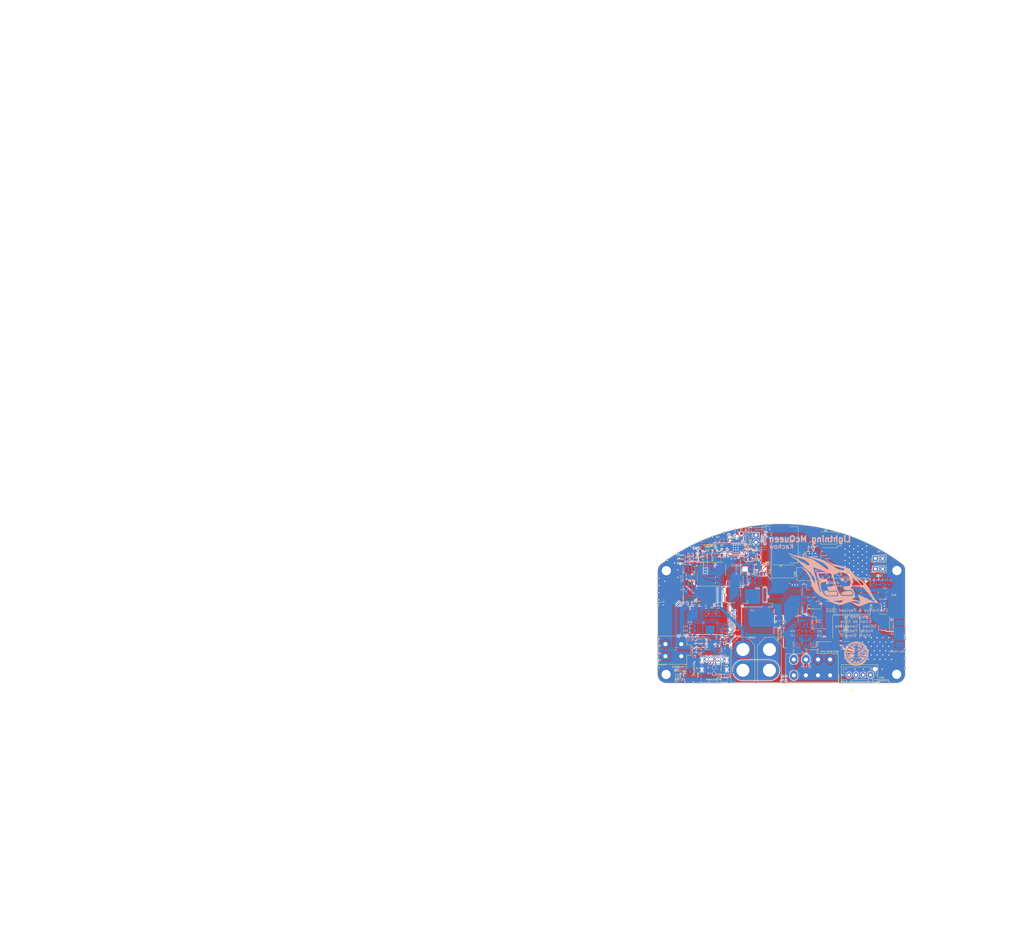
<source format=kicad_pcb>
(kicad_pcb (version 20211014) (generator pcbnew)
  (layers (0 "F.Cu" signal) (1 "In1.Cu" signal) (2 "In2.Cu" signal) (31 "B.Cu" signal) (34 "B.Paste" user) (35 "F.Paste" user) (36 "B.SilkS" user "B.Silkscreen") (37 "F.SilkS" user "F.Silkscreen") (38 "B.Mask" user) (39 "F.Mask" user) (44 "Edge.Cuts" user))
  (net 0 "")
  (net 1 "Net-(C1-Pad1)")
  (net 2 "GND")
  (net 3 "/EN")
  (net 4 "/Battery Charger/CE")
  (net 5 "Net-(C5-Pad1)")
  (net 6 "/Battery Charger/PH")
  (net 7 "/Battery Charger/BTST")
  (net 8 "/Battery Charger/VCC")
  (net 9 "/Battery Charger/SRP")
  (net 10 "/Battery Charger/Q1-S")
  (net 11 "/Battery Charger/Q1-G")
  (net 12 "Net-(C15-Pad2)")
  (net 13 "Net-(C17-Pad2)")
  (net 14 "Net-(C18-Pad2)")
  (net 15 "/LNA_IN")
  (net 16 "+3V3")
  (net 17 "+24V")
  (net 18 "VBUS")
  (net 19 "/RTS")
  (net 20 "Net-(Q6-Pad2)")
  (net 21 "/BOOT")
  (net 22 "/DTR")
  (net 23 "Net-(Q6-Pad5)")
  (net 24 "Net-(Q9-Pad3)")
  (net 25 "/Battery Charger/Q3-D")
  (net 26 "Net-(C26-Pad1)")
  (net 27 "/LPC_24V")
  (net 29 "/3.3STAT1")
  (net 30 "/3.3STAT2")
  (net 31 "/PG")
  (net 32 "/CAN_RX")
  (net 33 "/BATTSTAT2")
  (net 34 "/BATTSTAT1")
  (net 35 "/CAN_TX")
  (net 36 "/RXD")
  (net 37 "/TXD")
  (net 39 "/CANL")
  (net 40 "/CANH")
  (net 41 "Net-(C31-Pad1)")
  (net 42 "Net-(C36-Pad2)")
  (net 43 "Net-(C37-Pad1)")
  (net 44 "Net-(C37-Pad2)")
  (net 45 "Net-(C36-Pad1)")
  (net 49 "Net-(IC2-Pad8)")
  (net 50 "Net-(IC2-Pad9)")
  (net 66 "/USB To UART/D-")
  (net 67 "/Battery Charger/VFB")
  (net 68 "Net-(D2-Pad2)")
  (net 69 "Net-(D3-Pad2)")
  (net 70 "Net-(PackLED1-Pad1)")
  (net 71 "Net-(PowerLED1-Pad1)")
  (net 72 "/Battery Charger/ACSET")
  (net 73 "Net-(C38-Pad1)")
  (net 74 "Net-(J1-Pad1)")
  (net 75 "Net-(IC1-Pad23)")
  (net 78 "/Battery Charger/ICSET2")
  (net 79 "/Battery Charger/LODRV")
  (net 80 "/Battery Charger/Q4-G")
  (net 81 "Net-(C57-Pad2)")
  (net 82 "Net-(CTTC1-Pad2)")
  (net 83 "Net-(D7-Pad2)")
  (net 84 "/USB To UART/D+")
  (net 85 "Net-(IC1-Pad3)")
  (net 86 "Net-(IC1-Pad11)")
  (net 87 "Net-(J4-Pad5)")
  (net 88 "Net-(J5-Pad1)")
  (net 90 "Net-(J8-PadA5)")
  (net 92 "Net-(J8-PadB5)")
  (net 94 "/SDA")
  (net 95 "/SCL")
  (net 96 "/Vref")
  (net 97 "Net-(R24-Pad1)")
  (net 98 "/CHARGE")
  (net 99 "Net-(R42-Pad2)")
  (net 117 "Net-(C39-Pad1)")
  (net 118 "Net-(C3-Pad1)")
  (net 120 "/EXT_LED")
  (net 121 "/PDU_EN")
  (net 122 "Net-(Q10-Pad3)")
  (net 123 "Net-(C16-Pad1)")
  (net 126 "Net-(Q7-Pad1)")
  (net 127 "Net-(Q7-Pad3)")
  (net 130 "Net-(D9-Pad2)")
  (footprint "Resistor_SMD:R_0603_1608Metric" (layer "F.Cu") (at 56.76 79.08 180)
    (fp_text reference "R22")
    (fp_text value "470")
  )
  (footprint "Capacitor_SMD:C_0603_1608Metric" (layer "F.Cu") (at 128.6 50.5)
    (fp_text reference "C37")
    (fp_text value "0.01uF")
  )
  (footprint "Inductor_SMD:L_12x12mm_H8mm" (layer "F.Cu") (at 91.5 34.85 -90)
    (fp_text reference "L3")
    (fp_text value "15uH")
  )
  (footprint "LED_SMD:LED_0603_1608Metric" (layer "F.Cu") (at 72.55 81.78)
    (fp_text reference "PackLED1")
    (fp_text value "LED")
  )
  (footprint "Capacitor_SMD:C_0603_1608Metric" (layer "F.Cu") (at 75.9 30.9)
    (fp_text reference "CTTC1")
    (fp_text value "22nF")
  )
  (footprint "Package_DFN_QFN:VQFN-24-1EP_4x4mm_P0.5mm_EP2.45x2.45mm" (layer "F.Cu") (at 76.16 35.81 180)
    (fp_text reference "IC1")
    (fp_text value "BQ24618RGET-iclr")
  )
  (footprint "Capacitor_SMD:C_0603_1608Metric" (layer "F.Cu") (at 117.9 69)
    (fp_text reference "C44" hide)
    (fp_text value "22uF")
  )
  (footprint "Connector_AMASS:AMASS_XT60-M_1x02_P7.20mm_Vertical" (layer "F.Cu") (at 87.85 71.2 -90)
    (fp_text reference "J6")
    (fp_text value "Conn_01x02_Male")
  )
  (footprint "Capacitor_SMD:C_0603_1608Metric" (layer "F.Cu") (at 68.1 37 180)
    (fp_text reference "C5")
    (fp_text value "1uF")
  )
  (footprint "Capacitor_SMD:C_0805_2012Metric" (layer "F.Cu") (at 128.4 52.3 180)
    (fp_text reference "C43")
    (fp_text value "0.47uF")
  )
  (footprint "Package_SO:HSOP-8-1EP_3.9x4.9mm_P1.27mm_EP2.41x3.1mm" (layer "F.Cu") (at 75.25 50.96 -90)
    (fp_text reference "Q4")
    (fp_text value "RS1G120MN")
  )
  (footprint "Resistor_SMD:R_0603_1608Metric" (layer "F.Cu") (at 71.3 32.9 -90)
    (fp_text reference "R2")
    (fp_text value "110k")
  )
  (footprint "Package_TO_SOT_SMD:TO-263-3_TabPin2" (layer "F.Cu") (at 83.72 58.09 -90)
    (fp_text reference "Q3")
    (fp_text value "RSJ250P10TL")
  )
  (footprint "Capacitor_SMD:C_0603_1608Metric" (layer "F.Cu") (at 81.15 37.8 90)
    (fp_text reference "C33")
    (fp_text value "0.1uF")
  )
  (footprint "Resistor_SMD:R_0603_1608Metric" (layer "F.Cu") (at 59.93 38.31 180)
    (fp_text reference "RFast1")
    (fp_text value "32k")
  )
  (footprint "Capacitor_SMD:C_0603_1608Metric" (layer "F.Cu") (at 57.575 46.2)
    (fp_text reference "C7")
    (fp_text value "1uF")
  )
  (footprint "iclr:RESC50110X70N" (layer "F.Cu") (at 74.86 60.57)
    (fp_text reference "RAC1")
    (fp_text value "FCSL110R010FER")
  )
  (footprint "Capacitor_SMD:C_0603_1608Metric" (layer "F.Cu") (at 71.05 39.925)
    (fp_text reference "C6")
    (fp_text value "0.1uF")
  )
  (footprint "Resistor_SMD:R_0603_1608Metric" (layer "F.Cu") (at 61.75 73.65 -90)
    (fp_text reference "R29")
    (fp_text value "3k")
  )
  (footprint "Connector_Molex:Molex_Mini-Fit_Jr_5566-04A_2x02_P4.20mm_Vertical" (layer "F.Cu") (at 51.75 73.525 90)
    (fp_text reference "J5")
    (fp_text value "Conn_01x04_Male")
  )
  (footprint "Capacitor_Tantalum_SMD:CP_EIA-7343-30_AVX-N" (layer "F.Cu") (at 92.9 44.1)
    (fp_text reference "C41")
    (fp_text value "330uF")
  )
  (footprint "Capacitor_SMD:C_0805_2012Metric" (layer "F.Cu") (at 99.15 37.5 -90)
    (fp_text reference "C42" hide)
    (fp_text value "0.47uF")
  )
  (footprint "Connector_Molex:Molex_Mini-Fit_Jr_5566-08A_2x04_P4.20mm_Vertical" (layer "F.Cu") (at 108.9 80.16 180)
    (fp_text reference "J4")
    (fp_text value "Conn_01x08_Male")
  )
  (footprint "TestPoint:TestPoint_Pad_D1.0mm" (layer "F.Cu") (at 68.64 77.5 180)
    (fp_text reference "TP23" hide)
    (fp_text value "TestPoint")
  )
  (footprint "Package_TO_SOT_SMD:TO-277B" (layer "F.Cu") (at 132.9 63.3 180)
    (fp_text reference "D5")
    (fp_text value "DST1550S")
  )
  (footprint "Capacitor_SMD:C_0603_1608Metric" (layer "F.Cu") (at 80.4 40)
    (fp_text reference "C21")
    (fp_text value "0.1uF")
  )
  (footprint "Capacitor_SMD:C_0603_1608Metric" (layer "F.Cu") (at 81.15 34.65 -90)
    (fp_text reference "C4")
    (fp_text value "1uF")
  )
  (footprint "Capacitor_SMD:C_0603_1608Metric" (layer "F.Cu") (at 79.65 37.8 -90)
    (fp_text reference "C3")
    (fp_text value "0.1uF")
  )
  (footprint "Resistor_SMD:R_0603_1608Metric" (layer "F.Cu") (at 66.3 40)
    (fp_text reference "RSR1")
    (fp_text value "10m")
  )
  (footprint "MountingHole:MountingHole_3.2mm_M3_DIN965_Pad" (layer "F.Cu") (at 52 79.85)
    (fp_text reference "H3" hide)
    (fp_text value "MountingHole_Pad" hide)
  )
  (footprint "Package_TO_SOT_SMD:SOT-363_SC-70-6" (layer "F.Cu") (at 114.8 69.6)
    (fp_text reference "Q10" hide)
    (fp_text value "MCH6351")
  )
  (footprint "Resistor_SMD:R_0603_1608Metric" (layer "F.Cu") (at 62.92 38.47 180)
    (fp_text reference "R5")
    (fp_text value "100k")
  )
  (footprint "Capacitor_SMD:C_0603_1608Metric" (layer "F.Cu") (at 68.55 39.25 90)
    (fp_text reference "C10")
    (fp_text value "0.1uF")
  )
  (footprint "MountingHole:MountingHole_3.2mm_M3_DIN965_Pad" (layer "F.Cu") (at 132.075 43.8)
    (fp_text reference "H4" hide)
    (fp_text value "MountingHole_Pad" hide)
  )
  (footprint "Capacitor_SMD:C_0603_1608Metric" (layer "F.Cu") (at 117.9 70.5)
    (fp_text reference "C48" hide)
    (fp_text value "0.1uF")
  )
  (footprint "Capacitor_Tantalum_SMD:CP_EIA-7343-30_AVX-N" (layer "F.Cu") (at 112.1 63.8 -90)
    (fp_text reference "C40")
    (fp_text value "330uF")
  )
  (footprint "Connector_PinHeader_2.54mm:PinHeader_1x02_P2.54mm_Vertical" (layer "F.Cu") (at 124.575 43.25 90)
    (fp_text reference "J2")
    (fp_text value "Conn_01x02_Male")
  )
  (footprint "Resistor_SMD:R_0603_1608Metric" (layer "F.Cu") (at 83.4 36.1)
    (fp_text reference "R32")
    (fp_text value "1k")
  )
  (footprint "Capacitor_SMD:C_2220_5650Metric" (layer "F.Cu") (at 127.2 56.3 180)
    (fp_text reference "C20")
    (fp_text value "47uF")
  )
  (footprint "Capacitor_SMD:C_0603_1608Metric" (layer "F.Cu") (at 66.3 38.5 180)
    (fp_text reference "C11")
    (fp_text value "0.1uF")
  )
  (footprint "Resistor_SMD:R_0603_1608Metric" (layer "F.Cu") (at 70.39 78.1 -90)
    (fp_text reference "R37")
    (fp_text value "470")
  )
  (footprint "Package_TO_SOT_SMD:SOT-363_SC-70-6" (layer "F.Cu") (at 87.1 43.3 -90)
    (fp_text reference "Q9")
    (fp_text value "MCH6351")
  )
  (footprint "Connector_JST:JST_XH_B4B-XH-AM_1x04_P2.50mm_Vertical" (layer "F.Cu") (at 122.89 80.025 180)
    (fp_text reference "J10")
    (fp_text value "Conn_01x04_Male")
  )
  (footprint "LED_SMD:LED_0603_1608Metric" (layer "F.Cu") (at 56.76 80.54)
    (fp_text reference "D9" hide)
    (fp_text value "LED")
  )
  (footprint "Capacitor_SMD:C_2220_5650Metric" (layer "F.Cu") (at 103.1 38.9 -90)
    (fp_text reference "C19")
    (fp_text value "47uF")
  )
  (footprint "MountingHole:MountingHole_3.2mm_M3_DIN965_Pad" (layer "F.Cu") (at 132 79.8)
    (fp_text reference "H2" hide)
    (fp_text value "MountingHole_Pad" hide)
  )
  (footprint "Capacitor_SMD:C_0603_1608Metric" (layer "F.Cu") (at 66 69.95 180)
    (fp_text reference "C14")
    (fp_text value "0.1uF")
  )
  (footprint "Capacitor_SMD:C_0805_2012Metric" (layer "F.Cu") (at 63.5 70.9 -90)
    (fp_text reference "C16")
    (fp_text value "2.2uF")
  )
  (footprint "Resistor_SMD:R_0603_1608Metric" (layer "F.Cu") (at 62.92 39.95 180)
    (fp_text reference "R3")
    (fp_text value "100k")
  )
  (footprint "Capacitor_Tantalum_SMD:CP_EIA-7343-30_AVX-N" (layer "F.Cu") (at 101.7 45)
    (fp_text reference "C39")
    (fp_text value "330uF")
  )
  (footprint "Resistor_SMD:R_0603_1608Metric" (layer "F.Cu") (at 59.93 41.3 180)
    (fp_text reference "RAdp1")
    (fp_text value "150k")
  )
  (footprint "LED_SMD:LED_0603_1608Metric" (layer "F.Cu") (at 61.75 70.7 90)
    (fp_text reference "PowerLED1")
    (fp_text value "LED")
  )
  (footprint "Resistor_SMD:R_0603_1608Metric" (layer "F.Cu") (at 81.15 31.65 90)
    (fp_text reference "R10")
    (fp_text value "10.5k")
  )
  (footprint "Capacitor_SMD:C_0805_2012Metric" (layer "F.Cu") (at 72.3 72 180)
    (fp_text reference "C12")
    (fp_text value "10uF")
  )
  (footprint "Resistor_SMD:R_0603_1608Metric" (layer "F.Cu") (at 60.575 46.2)
    (fp_text reference "R17")
    (fp_text value "10")
  )
  (footprint "Resistor_SMD:R_0603_1608Metric" (layer "F.Cu") (at 83.4 39.1 180)
    (fp_text reference "R15")
    (fp_text value "100k")
  )
  (footprint "LED_SMD:LED_0603_1608Metric" (layer "F.Cu") (at 71.87 78.1 -90)
    (fp_text reference "D7")
    (fp_text value "LED")
  )
  (footprint "Capacitor_SMD:C_0805_2012Metric_Pad1.18x1.45mm_HandSolder" (layer "F.Cu") (at 72.5 68 180)
    (fp_text reference "C9")
    (fp_text value "10uF")
  )
  (footprint "Resistor_SMD:R_0603_1608Metric" (layer "F.Cu") (at 62.92 37 180)
    (fp_text reference "R7")
    (fp_text value "100k")
  )
  (footprint "Capacitor_SMD:C_0805_2012Metric_Pad1.18x1.45mm_HandSolder" (layer "F.Cu") (at 81.3 45 90)
    (fp_text reference "C8")
    (fp_text value "10uF")
  )
  (footprint "Resistor_SMD:R_0603_1608Metric" (layer "F.Cu") (at 69.05 33.6)
    (fp_text reference "R1")
    (fp_text value "10k")
  )
  (footprint "Package_TO_SOT_SMD:TO-263-7_TabPin4" (layer "F.Cu") (at 114.4 40.4)
    (fp_text reference "U6")
    (fp_text value "LM2679T-3.3-iclr")
  )
  (footprint "Capacitor_SMD:C_0603_1608Metric" (layer "F.Cu") (at 83.4 41 180)
    (fp_text reference "C49")
    (fp_text value "0.1uF")
  )
  (footprint "Resistor_SMD:R_0603_1608Metric" (layer "F.Cu") (at 62.5 68.45 180)
    (fp_text reference "R20")
    (fp_text value "2")
  )
  (footprint "Capacitor_SMD:C_0603_1608Metric" (layer "F.Cu") (at 99.4 41.1 90)
    (fp_text reference "C45")
    (fp_text value "22uF")
  )
  (footprint "Resistor_SMD:R_0603_1608Metric" (layer "F.Cu") (at 66 68.45 180)
    (fp_text reference "R14")
    (fp_text value "100k")
  )
  (footprint "Connector_PinHeader_2.54mm:PinHeader_1x02_P2.54mm_Vertical" (layer "F.Cu") (at 124.575 39.6 90)
    (fp_text reference "J3")
    (fp_text value "Conn_01x02_Male")
  )
  (footprint "Capacitor_SMD:C_0603_1608Metric" (layer "F.Cu") (at 78.15 31.65 90)
    (fp_text reference "C1")
    (fp_text value "0.1uF")
  )
  (footprint "Package_TO_SOT_SMD:TO-277B" (layer "F.Cu") (at 108.5 32.5 -90)
    (fp_text reference "D6")
    (fp_text value "DST1550S")
  )
  (footprint "Resistor_SMD:R_0603_1608Metric" (layer "F.Cu") (at 63.05 77.55 90)
    (fp_text reference "R36")
    (fp_text value "5.1k")
  )
  (footprint "Package_TO_SOT_SMD:TO-263-7_TabPin4" (layer "F.Cu") (at 125 67.675 -90)
    (fp_text reference "U7")
    (fp_text value "LM2679T-3.3-iclr")
  )
  (footprint "Package_TO_SOT_SMD:TSOT-23-6" (layer "F.Cu") (at 114.3 72.7)
    (fp_text reference "U8" hide)
    (fp_text value "LTC4412xS6")
  )
  (footprint "MountingHole:MountingHole_3.2mm_M3_DIN965_Pad" (layer "F.Cu") (at 52.075 43.85)
    (fp_text reference "H1" hide)
    (fp_text value "MountingHole_Pad" hide)
  )
  (footprint "Capacitor_SMD:C_0603_1608Metric" (layer "F.Cu") (at 103.1 34.4)
    (fp_text reference "C36")
    (fp_text value "0.01uF")
  )
  (footprint "TestPoint:TestPoint_Pad_D1.0mm" (layer "F.Cu") (at 68.61 79.56 180)
    (fp_text reference "TP24" hide)
    (fp_text value "TestPoint")
  )
  (footprint "iclr:INDM8681X400N" (layer "F.Cu") (at 67.32 45.075)
    (fp_text reference "L1")
    (fp_text value "6.8uH")
  )
  (footprint "Connector_AMASS:AMASS_XT60-M_1x02_P7.20mm_Vertical" (layer "F.Cu") (at 78.65 71.2 -90)
    (fp_text reference "J7")
    (fp_text value "IsolationSwitch")
  )
  (footprint "Resistor_SMD:R_0603_1608Metric" (layer "F.Cu") (at 69 69.95)
    (fp_text reference "R18")
    (fp_text value "1k")
  )
  (footprint "Resistor_SMD:R_0603_1608Metric" (layer "F.Cu") (at 72.55 80.32)
    (fp_text reference "R28")
    (fp_text value "3k")
  )
  (footprint "Package_TO_SOT_SMD:TO-263-3_TabPin2" (layer "F.Cu") (at 97.75 53.75 180)
    (fp_text reference "Q8")
    (fp_text value "RSJ250P10TL")
  )
  (footprint "Package_SO:HSOP-8-1EP_3.9x4.9mm_P1.27mm_EP2.41x3.1mm" (layer "F.Cu") (at 75.23 43.56 -90)
    (fp_text reference "Q5")
    (fp_text value "RS1G120MN")
  )
  (footprint "Resistor_SMD:R_0603_1608Metric" (layer "F.Cu") (at 79.65 31.65 -90)
    (fp_text reference "R16")
    (fp_text value "100")
  )
  (footprint "Capacitor_SMD:C_0805_2012Metric" (layer "F.Cu") (at 72.3 70 180)
    (fp_text reference "C13")
    (fp_text value "10uF")
  )
  (footprint "Package_TO_SOT_SMD:TO-263-3_TabPin2" (layer "F.Cu") (at 65.975 57.775 -90)
    (fp_text reference "Q2")
    (fp_text value "RSJ250P10TL")
  )
  (footprint "Package_TO_SOT_SMD:TO-263-3_TabPin2" (layer "F.Cu") (at 101.15 65.1 180)
    (fp_text reference "Q7")
    (fp_text value "RSJ250P10TL")
  )
  (footprint "Capacitor_SMD:C_0603_1608Metric" (layer "F.Cu") (at 83.4 37.6)
    (fp_text reference "C15")
    (fp_text value "0.1uF")
  )
  (footprint "Package_TO_SOT_SMD:TO-263-3_TabPin2" (layer "F.Cu") (at 54.625 57.775 -90)
    (fp_text reference "Q1")
    (fp_text value "RSJ250P10TL")
  )
  (footprint "Capacitor_Tantalum_SMD:CP_EIA-7343-30_AVX-N" (layer "F.Cu") (at 116.9 63.8 -90)
    (fp_text reference "C38")
    (fp_text value "330uF")
  )
  (footprint "Diode_SMD:D_SOT-23_ANK" (layer "F.Cu") (at 71.3 37.45 -90)
    (fp_text reference "D1")
    (fp_text value "BAT54")
  )
  (footprint "Package_TO_SOT_SMD:TSOT-23-6" (layer "F.Cu") (at 84 43.8 -90)
    (fp_text reference "U9")
    (fp_text value "LTC4412xS6")
  )
  (footprint "Package_TO_SOT_SMD:TSOT-23-6" (layer "F.Cu") (at 91.1 61.5 -90)
    (fp_text reference "U1")
    (fp_text value "LTC4412xS6")
  )
  (footprint "Resistor_SMD:R_0603_1608Metric" (layer "F.Cu") (at 59.93 39.8 180)
    (fp_text reference "RPre1")
    (fp_text value "13k")
  )
  (footprint "Resistor_SMD:R_0603_1608Metric" (layer "F.Cu") (at 79.65 34.65 -90)
    (fp_text reference "R9")
    (fp_text value "2.7k")
  )
  (footprint "Inductor_SMD:L_12x12mm_H8mm" (layer "F.Cu") (at 116.5 52.7 180)
    (fp_text reference "L4")
    (fp_text value "15uH")
  )
  (footprint "Capacitor_SMD:C_0603_1608Metric" (layer "F.Cu") (at 72.76 32.9 -90)
    (fp_text reference "Cff1")
    (fp_text value "22pF")
  )
  (footprint "Package_SO:SOIC-8_3.9x4.9mm_P1.27mm" (layer "B.Cu") (at 100.365 60.205449 -90)
    (fp_text reference "U2" hide)
    (fp_text value "SN65HVD230")
  )
  (footprint "Capacitor_SMD:C_0603_1608Metric" (layer "B.Cu") (at 62.55 40.72 90)
    (fp_text reference "C57")
    (fp_text value "10uF")
  )
  (footprint "Resistor_SMD:R_0603_1608Metric" (layer "B.Cu") (at 62.75 61.65)
    (fp_text reference "R40")
    (fp_text value "4.7k")
  )
  (footprint "Capacitor_SMD:C_0603_1608Metric" (layer "B.Cu") (at 124.15 48.7 180)
    (fp_text reference "C18" hide)
    (fp_text value "1uF")
  )
  (footprint "Capacitor_SMD:C_0603_1608Metric" (layer "B.Cu") (at 61.15 66.03)
    (fp_text reference "C52")
    (fp_text value "4.7uF")
  )
  (footprint "Capacitor_SMD:C_0603_1608Metric" (layer "B.Cu") (at 102.735 66.335449)
    (fp_text reference "C28")
    (fp_text value "220 pF")
  )
  (footprint "Capacitor_SMD:C_0603_1608Metric" (layer "B.Cu") (at 82.1 47.95)
    (fp_text reference "C24" hide)
    (fp_text value "0.1uF")
  )
  (footprint "Capacitor_SMD:C_0603_1608Metric" (layer "B.Cu") (at 61.15 63.1 180)
    (fp_text reference "C51")
    (fp_text value "0.1uF")
  )
  (footprint "Resistor_SMD:R_0603_1608Metric" (layer "B.Cu") (at 60.9 52.63 -90)
    (fp_text reference "R38")
    (fp_text value "24k")
  )
  (footprint "TestPoint:TestPoint_Pad_D1.0mm" (layer "B.Cu") (at 103.215 69.950449 180)
    (fp_text reference "TP14" hide)
    (fp_text value "TestPoint")
  )
  (footprint "Capacitor_SMD:C_0603_1608Metric" (layer "B.Cu") (at 58.93 79.5 -90)
    (fp_text reference "C31")
    (fp_text value "0.1uF")
  )
  (footprint "iclr:MCQUEEN" (layer "B.Cu") (at 110.215335 46.734841 180)
    (fp_text reference "G***")
    (fp_text value "LOGO" hide)
  )
  (footprint "Resistor_SMD:R_0603_1608Metric" (layer "B.Cu") (at 73 66.2 180)
    (fp_text reference "R21")
    (fp_text value "470")
  )
  (footprint "Resistor_SMD:R_0603_1608Metric" (layer "B.Cu") (at 124.15 47.2 180)
    (fp_text reference "R8" hide)
    (fp_text value "470")
  )
  (footprint "Connector_Coaxial:U.FL_Molex_MCRF_73412-0110_Vertical" (layer "B.Cu") (at 79.4 43.2 180)
    (fp_text reference "J9" hide)
    (fp_text value "Conn_Coaxial")
  )
  (footprint "Capacitor_SMD:C_0603_1608Metric" (layer "B.Cu") (at 82.1 46.45)
    (fp_text reference "C22" hide)
    (fp_text value "10uF")
  )
  (footprint "Resistor_SMD:R_0603_1608Metric" (layer "B.Cu") (at 65.85 58.8 90)
    (fp_text reference "R13")
    (fp_text value "10k")
  )
  (footprint "Package_TO_SOT_SMD:SOT-23" (layer "B.Cu") (at 100.505 68.995449 90)
    (fp_text reference "D4" hide)
    (fp_text value "SM712_SOT23")
  )
  (footprint "Connector_JST:JST_XH_B2B-XH-A_1x02_P2.50mm_Vertical" (layer "B.Cu") (at 83.2 31.5 -90)
    (fp_text reference "J1" hide)
    (fp_text value "Thermistor Connection 103AT NTC")
  )
  (footprint "Package_TO_SOT_SMD:SOT-363_SC-70-6" (layer "B.Cu") (at 68 58.7 -90)
    (fp_text reference "Q6")
    (fp_text value "MMDT2222A")
  )
  (footprint "Resistor_SMD:R_0603_1608Metric" (layer "B.Cu") (at 59.61 40.73 90)
    (fp_text reference "R43")
    (fp_text value "10k")
  )
  (footprint "Capacitor_SMD:C_0805_2012Metric" (layer "B.Cu") (at 61.4 78.7)
    (fp_text reference "C32")
    (fp_text value "10uF")
  )
  (footprint "Capacitor_SMD:C_0603_1608Metric" (layer "B.Cu") (at 68.2 42.2 -90)
    (fp_text reference "C58")
    (fp_text value "4.7uF")
  )
  (footprint "Capacitor_SMD:C_0603_1608Metric" (layer "B.Cu") (at 60.15 50.39)
    (fp_text reference "C54")
    (fp_text value "10uF")
  )
  (footprint "Resistor_SMD:R_0603_1608Metric" (layer "B.Cu") (at 57.46 78.01 -90)
    (fp_text reference "R30")
    (fp_text value "75k")
  )
  (footprint "Capacitor_SMD:C_0603_1608Metric" (layer "B.Cu") (at 100.515 65.5 -90)
    (fp_text reference "C26")
    (fp_text value "0.1uF")
  )
  (footprint "Resistor_SMD:R_0603_1608Metric" (layer "B.Cu") (at 98.304725 64.844995)
    (fp_text reference "R26")
    (fp_text value "60")
  )
  (footprint "Package_DFN_QFN:QFN-48-1EP_7x7mm_P0.5mm_EP5.3x5.3mm" (layer "B.Cu") (at 81.9 52.8 -90)
    (fp_text reference "U3")
    (fp_text value "ESP32-PICO-D4")
  )
  (footprint "Capacitor_SMD:C_0603_1608Metric" (layer "B.Cu") (at 98.299551 66.335 180)
    (fp_text reference "C27")
    (fp_text value "220pF")
  )
  (footprint "Resistor_SMD:R_0603_1608Metric" (layer "B.Cu") (at 70.15 58.8 -90)
    (fp_text reference "R12")
    (fp_text value "10k")
  )
  (footprint "LED_SMD:LED_0603_1608Metric" (layer "B.Cu") (at 72.4 67.7)
    (fp_text reference "D3" hide)
    (fp_text value "LED")
  )
  (footprint "Resistor_SMD:R_0603_1608Metric" (layer "B.Cu") (at 129.4 47.95 90)
    (fp_text reference "R6" hide)
    (fp_text value "470")
  )
  (footprint "iclr:iclr_logo" (layer "B.Cu") (at 118 72.6 180)
    (fp_text reference "G***" hide)
    (fp_text value "LOGO" hide)
  )
  (footprint "Resistor_SMD:R_0603_1608Metric" (layer "B.Cu") (at 96.9 62.6 90)
    (fp_text reference "R24" hide)
    (fp_text value "10k")
  )
  (footprint "LED_SMD:LED_0603_1608Metric" (layer "B.Cu") (at 72.6 64.7)
    (fp_text reference "D2" hide)
    (fp_text value "LED")
  )
  (footprint "Capacitor_SMD:C_0603_1608Metric" (layer "B.Cu") (at 127.15 48.7)
    (fp_text reference "C17" hide)
    (fp_text value "1uF")
  )
  (footprint "Connector_Molex:Molex_PicoBlade_53261-0371_1x03-1MP_P1.25mm_Horizontal" (layer "B.Cu") (at 132.42 65.69 -90)
    (fp_text reference "J11")
    (fp_text value "Conn_01x03_MountingPin")
  )
  (footprint "Capacitor_SMD:C_0805_2012Metric" (layer "B.Cu") (at 100.059551 54 180)
    (fp_text reference "C25" hide)
    (fp_text value "10uF")
  )
  (footprint "Resistor_SMD:R_0603_1608Metric" (layer "B.Cu") (at 124.15 45.7 180)
    (fp_text reference "R11" hide)
    (fp_text value "10k")
  )
  (footprint "Package_TO_SOT_SMD:SOT-143" (layer "B.Cu") (at 63.84 70.61)
    (fp_text reference "D8")
    (fp_text value "SP0503BAHT")
  )
  (footprint "Jumper:SolderJumper-2_P1.3mm_Open_RoundedPad1.0x1.5mm" (layer "B.Cu") (at 104.729551 62.855)
    (fp_text reference "JP1" hide)
    (fp_text value "SolderJumper_2_Open")
  )
  (footprint "Capacitor_SMD:C_0603_1608Metric" (layer "B.Cu") (at 61.15 64.57 180)
    (fp_text reference "C50")
    (fp_text value "1.0uF")
  )
  (footprint "Resistor_SMD:R_0603_1608Metric" (layer "B.Cu") (at 57.46 80.98 -90)
    (fp_text reference "R31")
    (fp_text value "10k")
  )
  (footprint "Package_TO_SOT_SMD:SOT-23-5" (layer "B.Cu") (at 65.4 40.5)
    (fp_text reference "U11")
    (fp_text value "LTC4411")
  )
  (footprint "Resistor_SMD:R_0603_1608Metric" (layer "B.Cu") (at 69.99 71.32 -90)
    (fp_text reference "R35")
    (fp_text value "5.1k")
  )
  (footprint "TestPoint:TestPoint_Pad_D1.0mm" (layer "B.Cu") (at 97.76777 69.924309 180)
    (fp_text reference "TP15" hide)
    (fp_text value "TestPoint")
  )
  (footprint "iclr:QFN28G_0.5-5X5MM" (layer "B.Cu") (at 67.24 64.34325 90)
    (fp_text reference "IC2")
    (fp_text value "CP2102")
  )
  (footprint "Resistor_SMD:R_0603_1608Metric" (layer "B.Cu") (at 59.4 52.63 -90)
    (fp_text reference "R39")
    (fp_text value "47k")
  )
  (footprint "Capacitor_SMD:C_0603_1608Metric" (layer "B.Cu") (at 100.159551 55.75 180)
    (fp_text reference "C23" hide)
    (fp_text value "100nF")
  )
  (footprint "Connector_USB:USB_C_Receptacle_GCT_USB4085" (layer "B.Cu") (at 71.745 73.885 180)
    (fp_text reference "J8")
    (fp_text value "USB_C_Receptacle_USB2.0")
  )
  (footprint "Resistor_SMD:R_0603_1608Metric" (layer "B.Cu") (at 72.6 63.2 180)
    (fp_text reference "R19")
    (fp_text value "470")
  )
  (footprint "Capacitor_SMD:C_0603_1608Metric" (layer "B.Cu") (at 127.15 47.2)
    (fp_text reference "C2" hide)
    (fp_text value "1uF")
  )
  (footprint "iclr:SOIC127P599X175-9N" (layer "B.Cu") (at 60.3 45.93 90)
    (fp_text reference "U4")
    (fp_text value "SC4216H")
  )
  (footprint "Resistor_SMD:R_0603_1608Metric" (layer "B.Cu") (at 127.15 45.7)
    (fp_text reference "R4" hide)
    (fp_text value "10k")
  )
  (footprint "Capacitor_SMD:C_0603_1608Metric" (layer "B.Cu") (at 61.15 67.5)
    (fp_text reference "C53")
    (fp_text value "0.1uF")
  )
  (footprint "Resistor_SMD:R_0603_1608Metric" (layer "B.Cu") (at 61.07 40.73 -90)
    (fp_text reference "R42")
    (fp_text value "56k")
  )
  (footprint "Resistor_SMD:R_0603_1608Metric" (layer "B.Cu") (at 102.735 64.850449)
    (fp_text reference "R27")
    (fp_text value "60")
  )
  (gr_line (start 70.87 81.63) (end 70.68 81.47) (layer "F.SilkS") (width 0.15))
  (gr_line (start 70.25 81.63) (end 70.87 81.63) (layer "F.SilkS") (width 0.15))
  (gr_line (start 70.868698 81.630074) (end 70.708698 81.770074) (layer "F.SilkS") (width 0.15))
  (gr_arc (start 133.91 41.24) (mid 134.869602 42.361145) (end 135.15 43.81) (layer "Edge.Cuts") (width 0.1))
  (gr_line (start 135.125 79.725) (end 135.15 43.81) (layer "Edge.Cuts") (width 0.1))
  (gr_arc (start 52.05 83) (mid 49.816597 82.087489) (end 48.889744 79.86) (layer "Edge.Cuts") (width 0.1))
  (gr_arc (start 48.89 43.91) (mid 49.275734 42.398651) (end 50.32 41.24) (layer "Edge.Cuts") (width 0.1))
  (gr_line (start 48.89 43.91) (end 48.889744 79.86) (layer "Edge.Cuts") (width 0.1))
  (gr_arc (start 135.125 79.725) (mid 134.266419 81.976683) (end 132.08 82.99) (layer "Edge.Cuts") (width 0.1))
  (gr_arc (start 50.32 41.24) (mid 92.115 27.444209) (end 133.91 41.24) (layer "Edge.Cuts") (width 0.1))
  (gr_line (start 52.05 83) (end 132.08 82.99) (layer "Edge.Cuts") (width 0.1))
  (gr_text "v1" (at 102.1 36.3) (layer "B.SilkS") (effects (font (size 2 2) (thickness 0.3)) (justify mirror)))
  (gr_text "RX LED" (at 75.9 64.5) (layer "B.SilkS") (effects (font (size 0.6 0.6) (thickness 0.1)) (justify mirror)))
  (gr_text "Designed by \nKiran de Silva\nShiven Chandarana\nAndrei Paduraru\nArtem Sheykin\n" (at 117.8 63.1) (layer "B.SilkS") (effects (font (size 1 1)) (justify mirror)))
  (gr_text "THERMISTOR" (at 79.7 32.7 90) (layer "B.SilkS") (effects (font (size 0.6 0.6) (thickness 0.1)) (justify mirror)))
  (gr_text "TERM" (at 104.8 61.2) (layer "B.SilkS") (effects (font (size 0.6 0.6) (thickness 0.1)) (justify mirror)))
  (gr_text "RF CONN" (at 76.3 43.4 270) (layer "B.SilkS") (effects (font (size 0.6 0.6) (thickness 0.1)) (justify mirror)))
  (gr_text "PDU ENABLE" (at 131.975 71.925) (layer "B.SilkS") (effects (font (size 0.6 0.6) (thickness 0.1)) (justify mirror)))
  (gr_text "CAN LOW" (at 104.6 70.5 270) (layer "B.SilkS") (effects (font (size 0.6 0.6) (thickness 0.1)) (justify mirror)))
  (gr_text "Electronics & Payload 2022" (at 118.2 57.6) (layer "B.SilkS") (effects (font (size 1 1)) (justify mirror)))
  (gr_text "TX LED" (at 75.55 67.68) (layer "B.SilkS") (effects (font (size 0.6 0.6) (thickness 0.1)) (justify mirror)))
  (gr_text "Kachow" (at 92.03 35.45) (layer "B.SilkS") (effects (font (size 1.5 1.5) (thickness 0.3)) (justify mirror)))
  (gr_text "Lightning McQueen" (at 101.9 32.9) (layer "B.SilkS") (effects (font (size 2 2) (thickness 0.5)) (justify mirror)))
  (gr_text "CAN HIGH" (at 96.2 70.5 270) (layer "B.SilkS") (effects (font (size 0.6 0.6) (thickness 0.1)) (justify mirror)))
  (gr_text "BOOT" (at 126 45.6) (layer "F.SilkS") (effects (font (size 0.6 0.6) (thickness 0.1))))
  (gr_text "3V3 LED" (at 56.74 81.75) (layer "F.SilkS") (effects (font (size 0.6 0.6) (thickness 0.1))))
  (gr_text "PACK" (at 81.9 67.1) (layer "F.SilkS") (effects (font (size 0.6 0.6) (thickness 0.1))))
  (gr_text "EN" (at 125.8 37.2) (layer "F.SilkS") (effects (font (size 0.6 0.6) (thickness 0.1))))
  (gr_text "LED\nSCREEN" (at 125.875 81.425) (layer "F.SilkS") (effects (font (size 0.6 0.6) (thickness 0.1)) (justify left)))
  (gr_text "D+" (at 67 79.5) (layer "F.SilkS") (effects (font (size 0.6 0.6) (thickness 0.1))))
  (gr_text "USB\nLED" (at 70.25 80.33) (layer "F.SilkS") (effects (font (size 0.6 0.6) (thickness 0.1))))
  (gr_text "If changing BatV,\nchange R2" (at 66.5 35.1) (layer "F.SilkS") (effects (font (size 0.35 0.35) (thickness 0.07))))
  (gr_text "CHARGER" (at 56.125 77.25) (layer "F.SilkS") (effects (font (size 0.6 0.6) (thickness 0.1))))
  (gr_text "D-" (at 66.9 77.5) (layer "F.SilkS") (effects (font (size 0.6 0.6) (thickness 0.1))))
  (gr_text "ISOLATION\nSWITCH" (at 91.4 65.9 90) (layer "F.SilkS") (effects (font (size 0.6 0.6) (thickness 0.1))))
  (gr_text "24V/3V3/CAN" (at 108.725 71.95) (layer "F.SilkS") (effects (font (size 0.6 0.6) (thickness 0.1))))
  (segment (start 78.1475 34.56) (end 77.9 34.3125) (width 0.2) (layer "F.Cu") (net 1))
  (segment (start 77.9 34.3125) (end 77.9 32.675) (width 0.2) (layer "F.Cu") (net 1))
  (segment (start 78.15 32.325) (end 79.65 30.825) (width 0.2) (layer "F.Cu") (net 1))
  (segment (start 111.65 33.47) (end 111.65 34.275) (width 1.1) (layer "F.Cu") (net 2))
  (segment (start 131.93 66.45) (end 129.8 66.45) (width 1.1) (layer "F.Cu") (net 2))
  (segment (start 91.1 60.3625) (end 91.1 61.05) (width 0.2) (layer "F.Cu") (net 2))
  (segment (start 118.775 68.9) (end 123.05 68.9) (width 1.1) (layer "F.Cu") (net 2))
  (segment (start 63.196507 71.85) (end 62.676405 72.370102) (width 0.2) (layer "F.Cu") (net 2))
  (segment (start 83.437701 42.100201) (end 84 42.6625) (width 0.2) (layer "F.Cu") (net 2))
  (segment (start 118.675 69) (end 118.775 68.9) (width 1.1) (layer "F.Cu") (net 2))
  (segment (start 112.2 66.8125) (end 116.8 66.8125) (width 1.1) (layer "F.Cu") (net 2))
  (segment (start 75.26 36.56) (end 74.1725 36.56) (width 0.25) (layer "F.Cu") (net 2))
  (segment (start 111.65 34.275) (end 117.775 40.4) (width 1.1) (layer "F.Cu") (net 2))
  (segment (start 133.87 66.45) (end 131.93 66.45) (width 1.1) (layer "F.Cu") (net 2))
  (segment (start 82.675402 41) (end 83.437701 41.762299) (width 0.2) (layer "F.Cu") (net 2))
  (segment (start 68 37.6) (end 68 37.925) (width 0.2) (layer "F.Cu") (net 2))
  (segment (start 71.35 69.578768) (end 70.749501 68.978269) (width 0.25) (layer "F.Cu") (net 2))
  (segment (start 113.7 72.7) (end 114.2 73.2) (width 0.2) (layer "F.Cu") (net 2))
  (segment (start 117 66.8125) (end 120.9625 66.8125) (width 1.1) (layer "F.Cu") (net 2))
  (segment (start 71.4625 68.26527) (end 70.749501 68.978269) (width 0.25) (layer "F.Cu") (net 2))
  (segment (start 113.75 73.65) (end 114.2 73.2) (width 0.2) (layer "F.Cu") (net 2))
  (segment (start 67.4 37) (end 68 37.6) (width 0.2) (layer "F.Cu") (net 2))
  (segment (start 120.9625 66.8125) (end 125 70.85) (width 1.1) (layer "F.Cu") (net 2))
  (segment (start 129.8 66.45) (end 125.2 71.05) (width 1.1) (layer "F.Cu") (net 2))
  (segment (start 83.437701 42.274799) (end 83.05 42.6625) (width 0.2) (layer "F.Cu") (net 2))
  (segment (start 81.6 39.3) (end 81.15 38.85) (width 0.25) (layer "F.Cu") (net 2))
  (segment (start 111.65 31.53) (end 111.65 33.47) (width 1.1) (layer "F.Cu") (net 2))
  (segment (start 74.6495 39.7) (end 74.6495 40.8555) (width 0.2) (layer "F.Cu") (net 2))
  (segment (start 81.15 32.475) (end 81.15 32.85) (width 0.2) (layer "F.Cu") (net 2))
  (segment (start 91.1 61.05) (end 91.35 61.3) (width 0.2) (layer "F.Cu") (net 2))
  (segment (start 75.85 39.7) (end 75.865 39.715) (width 0.2) (layer "F.Cu") (net 2))
  (segment (start 75.865 39.715) (end 75.865 40.91) (width 0.2) (layer "F.Cu") (net 2))
  (segment (start 81.175 40) (end 81.175 38.6) (width 0.25) (layer "F.Cu") (net 2))
  (segment (start 68 37.925) (end 68.55 38.475) (width 0.2) (layer "F.Cu") (net 2))
  (segment (start 71.35 72) (end 71.35 70) (width 0.25) (layer "F.Cu") (net 2))
  (segment (start 81.15 32.85) (end 81.5 33.2) (width 0.2) (layer "F.Cu") (net 2))
  (segment (start 83.437701 41.762299) (end 83.437701 42.274799) (width 0.2) (layer "F.Cu") (net 2))
  (segment (start 118.675 70.5) (end 118.675 69) (width 1.1) (layer "F.Cu") (net 2))
  (via (at 58.5 82.5) (size 0.8) (drill 0.4) (layers "F.Cu" "B.Cu") (net 2))
  (via (at 74.6495 39.7) (size 0.8) (drill 0.4) (layers "F.Cu" "B.Cu") (net 2))
  (via (at 117.1 44.3) (size 0.8) (drill 0.4) (layers "F.Cu" "B.Cu") (net 2))
  (via (at 134.7 67.3) (size 0.8) (drill 0.4) (layers "F.Cu" "B.Cu") (net 2))
  (via (at 49.5 72.5) (size 0.8) (drill 0.4) (layers "F.Cu" "B.Cu") (net 2))
  (via (at 80.32498 48.372129) (size 0.6) (drill 0.3) (layers "F.Cu" "B.Cu") (net 2))
  (via (at 120.2 71.6) (size 0.8) (drill 0.4) (layers "F.Cu" "B.Cu") (net 2))
  (via (at 117.5 78) (size 0.8) (drill 0.4) (layers "F.Cu" "B.Cu") (net 2))
  (via (at 70.749501 68.978269) (size 0.6) (drill 0.3) (layers "F.Cu" "B.Cu") (net 2))
  (via (at 121.6 35.3) (size 0.8) (drill 0.4) (layers "F.Cu" "B.Cu") (net 2))
  (via (at 127.2 70.1) (size 0.8) (drill 0.4) (layers "F.Cu" "B.Cu") (net 2))
  (via (at 126.2 74.6) (size 0.8) (drill 0.4) (layers "F.Cu" "B.Cu") (net 2))
  (via (at 126 82.5) (size 0.8) (drill 0.4) (layers "F.Cu" "B.Cu") (net 2))
  (via (at 122.2 74.6) (size 0.8) (drill 0.4) (layers "F.Cu" "B.Cu") (net 2))
  (via (at 120.1 36.3) (size 0.8) (drill 0.4) (layers "F.Cu" "B.Cu") (net 2))
  (via (at 118.6 35.3) (size 0.8) (drill 0.4) (layers "F.Cu" "B.Cu") (net 2))
  (via (at 61.5 82.5) (size 0.8) (drill 0.4) (layers "F.Cu" "B.Cu") (net 2))
  (via (at 120.2 74.6) (size 0.8) (drill 0.4) (layers "F.Cu" "B.Cu") (net 2))
  (via (at 75.34 34.99) (size 0.8) (drill 0.4) (layers "F.Cu" "B.Cu") (net 2))
  (via (at 61.6 44.9) (size 0.6) (drill 0.3) (layers "F.Cu" "B.Cu") (net 2))
  (via (at 121.6 39.3) (size 0.8) (drill 0.4) (layers "F.Cu" "B.Cu") (net 2))
  (via (at 49.5 46.5) (size 0.8) (drill 0.4) (layers "F.Cu" "B.Cu") (net 2))
  (via (at 134.7 70.8) (size 0.8) (drill 0.4) (layers "F.Cu" "B.Cu") (net 2))
  (via (at 83.437701 41.762299) (size 0.6) (drill 0.3) (layers "F.Cu" "B.Cu") (net 2))
  (via (at 59 51.1) (size 0.6) (drill 0.3) (layers "F.Cu" "B.Cu") (net 2))
  (via (at 117.1 36.3) (size 0.8) (drill 0.4) (layers "F.Cu" "B.Cu") (net 2))
  (via (at 76.15 34.99) (size 0.8) (drill 0.4) (layers "F.Cu" "B.Cu") (net 2))
  (via (at 78.728 46.45) (size 0.6) (drill 0.3) (layers "F.Cu" "B.Cu") (net 2))
  (via (at 122.2 71.6) (size 0.8) (drill 0.4) (layers "F.Cu" "B.Cu") (net 2))
  (via (at 118.6 45.3) (size 0.8) (drill 0.4) (layers "F.Cu" "B.Cu") (net 2))
  (via (at 118.6 41.3) (size 0.8) (drill 0.4) (layers "F.Cu" "B.Cu") (net 2))
  (via (at 125.2 67.1) (size 0.8) (drill 0.4) (layers "F.Cu" "B.Cu") (net 2))
  (via (at 58.55 40.4) (size 0.6) (drill 0.3) (layers "F.Cu" "B.Cu") (net 2))
  (via (at 75.325 36.625) (size 0.8) (drill 0.4) (layers "F.Cu" "B.Cu") (net 2))
  (via (at 116 82.5) (size 0.8) (drill 0.4) (layers "F.Cu" "B.Cu") (net 2))
  (via (at 88 29.5) (size 0.8) (drill 0.4) (layers "F.Cu" "B.Cu") (net 2))
  (via (at 76.97 36.62) (size 0.8) (drill 0.4) (layers "F.Cu" "B.Cu") (net 2))
  (via (at 49.5 70) (size 0.8) (drill 0.4) (layers "F.Cu" "B.Cu") (net 2))
  (via (at 126.2 68.6) (size 0.8) (drill 0.4) (layers "F.Cu" "B.Cu") (net 2))
  (via (at 114.1 42.3) (size 0.8) (drill 0.4) (layers "F.Cu" "B.Cu") (net 2))
  (via (at 127.2 67.1) (size 0.8) (drill 0.4) (layers "F.Cu" "B.Cu") (net 2))
  (via (at 120.1 44.3) (size 0.8) (drill 0.4) (layers "F.Cu" "B.Cu") (net 2))
  (via (at 76.97 34.99) (size 0.8) (drill 0.4) (layers "F.Cu" "B.Cu") (net 2))
  (via (at 115.6 41.3) (size 0.8) (drill 0.4) (layers "F.Cu" "B.Cu") (net 2))
  (via (at 129.5 82.5) (size 0.8) (drill 0.4) (layers "F.Cu" "B.Cu") (net 2))
  (via (at 115.6 39.3) (size 0.8) (drill 0.4) (layers "F.Cu" "B.Cu") (net 2))
  (via (at 128.2 71.6) (size 0.8) (drill 0.4) (layers "F.Cu" "B.Cu") (net 2))
  (via (at 123 78) (size 0.8) (drill 0.4) (layers "F.Cu" "B.Cu") (net 2))
  (via (at 134.7 74.3) (size 0.8) (drill 0.4) (layers "F.Cu" "B.Cu") (net 2))
  (via (at 121.2 70.1) (size 0.8) (drill 0.4) (layers "F.Cu" "B.Cu") (net 2))
  (via (at 76.98 35.81) (size 0.8) (drill 0.4) (layers "F.Cu" "B.Cu") (net 2))
  (via (at 115.6 37.3) (size 0.8) (drill 0.4) (layers "F.Cu" "B.Cu") (net 2))
  (via (at 80.072 45.784588) (size 0.6) (drill 0.3) (layers "F.Cu" "B.Cu") (net 2))
  (via (at 49.5 75) (size 0.8) (drill 0.4) (layers "F.Cu" "B.Cu") (net 2))
  (via (at 118.6 39.3) (size 0.8) (drill 0.4) (layers "F.Cu" "B.Cu") (net 2))
  (via (at 49.5 67.5) (size 0.8) (drill 0.4) (layers "F.Cu" "B.Cu") (net 2))
  (via (at 129.2 73.1) (size 0.8) (drill 0.4) (layers "F.Cu" "B.Cu") (net 2))
  (via (at 49.5 77.5) (size 0.8) (drill 0.4) (layers "F.Cu" "B.Cu") (net 2))
  (via (at 113 80) (size 0.8) (drill 0.4) (layers "F.Cu" "B.Cu") (net 2))
  (via (at 127 78) (size 0.8) (drill 0.4) (layers "F.Cu" "B.Cu") (net 2))
  (via (at 52.45 40.28) (size 0.8) (drill 0.4) (layers "F.Cu" "B.Cu") (net 2))
  (via (at 49.5 49) (size 0.8) (drill 0.4) (layers "F.Cu" "B.Cu") (net 2))
  (via (at 115.6 43.3) (size 0.8) (drill 0.4) (layers "F.Cu" "B.Cu") (net 2))
  (via (at 81.85098 44.954361) (size 0.6) (drill 0.3) (layers "F.Cu" "B.Cu") (net 2))
  (via (at 123.2 67.1) (size 0.8) (drill 0.4) (layers "F.Cu" "B.Cu") (net 2))
  (via (at 80.076793 46.419012) (size 0.6) (drill 0.3) (layers "F.Cu" "B.Cu") (net 2))
  (via (at 120.5 78) (size 0.8) (drill 0.4) (layers "F.Cu" "B.Cu") (net 2))
  (via (at 129.2 70.1) (size 0.8) (drill 0.4) (layers "F.Cu" "B.Cu") (net 2))
  (via (at 63.69 82.51) (size 0.8) (drill 0.4) (layers "F.Cu" "B.Cu") (net 2))
  (via (at 121.2 67.1) (size 0.8) (drill 0.4) (layers "F.Cu" "B.Cu") (net 2))
  (via (at 130.2 68.6) (size 0.8) (drill 0.4) (layers "F.Cu" "B.Cu") (net 2))
  (via (at 125.2 73.1) (size 0.8) (drill 0.4) (layers "F.Cu" "B.Cu") (net 2))
  (via (at 62.676405 72.370102) (size 0.6) (drill 0.3) (layers "F.Cu" "B.Cu") (net 2))
  (via (at 68.09 32.17) (size 0.8) (drill 0.4) (layers "F.Cu" "B.Cu") (net 2))
  (via (at 86.725 28.125) (size 0.8) (drill 0.4) (layers "F.Cu" "B.Cu") (net 2))
  (via (at 72.05 30.85) (size 0.8) (drill 0.4) (layers "F.Cu" "B.Cu") (net 2))
  (via (at 69.69 82.51) (size 0.8) (drill 0.4) (layers "F.Cu" "B.Cu") (net 2))
  (via (at 121.6 41.3) (size 0.8) (drill 0.4) (layers "F.Cu" "B.Cu") (net 2))
  (via (at 114.1 44.3) (size 0.8) (drill 0.4) (layers "F.Cu" "B.Cu") (net 2))
  (via (at 125.2 70.1) (size 0.8) (drill 0.4) (layers "F.Cu" "B.Cu") (net 2))
  (via (at 91.35 61.3) (size 0.6) (drill 0.3) (layers "F.Cu" "B.Cu") (net 2))
  (via (at 88.01 32.5) (size 0.8) (drill 0.4) (layers "F.Cu" "B.Cu") (net 2))
  (via (at 130.2 74.6) (size 0.8) (drill 0.4) (layers "F.Cu" "B.Cu") (net 2))
  (via (at 122.2 68.6) (size 0.8) (drill 0.4) (layers "F.Cu" "B.Cu") (net 2))
  (via (at 100.5 71) (size 0.6) (drill 0.3) (layers "F.Cu" "B.Cu") (net 2))
  (via (at 124.2 68.6) (size 0.8) (drill 0.4) (layers "F.Cu" "B.Cu") (net 2))
  (via (at 120.1 42.3) (size 0.8) (drill 0.4) (layers "F.Cu" "B.Cu") (net 2))
  (via (at 115.6 45.3) (size 0.8) (drill 0.4) (layers "F.Cu" "B.Cu") (net 2))
  (via (at 129.2 67.1) (size 0.8) (drill 0.4) (layers "F.Cu" "B.Cu") (net 2))
  (via (at 60.49 35.49) (size 0.8) (drill 0.4) (layers "F.Cu" "B.Cu") (net 2))
  (via (at 114.5 78) (size 0.8) (drill 0.4) (layers "F.Cu" "B.Cu") (net 2))
  (via (at 121.6 43.3) (size 0.8) (drill 0.4) (layers "F.Cu" "B.Cu") (net 2))
  (via (at 78.728 45.8) (size 0.6) (drill 0.3) (layers "F.Cu" "B.Cu") (net 2))
  (via (at 75.85 39.7) (size 0.8) (drill 0.4) (layers "F.Cu" "B.Cu") (net 2))
  (via (at 117.1 40.3) (size 0.8) (drill 0.4) (layers "F.Cu" "B.Cu") (net 2))
  (via (at 81.6 39.3) (size 0.6) (drill 0.3) (layers "F.Cu" "B.Cu") (net 2))
  (via (at 68.95 42.599503) (size 0.6) (drill 0.3) (layers "F.Cu" "B.Cu") (net 2))
  (via (at 118.6 37.3) (size 0.8) (drill 0.4) (layers "F.Cu" "B.Cu") (net 2))
  (via (at 128.2 68.6) (size 0.8) (drill 0.4) (layers "F.Cu" "B.Cu") (net 2))
  (via (at 115.6 35.3) (size 0.8) (drill 0.4) (layers "F.Cu" "B.Cu") (net 2))
  (via (at 114.2 73.2) (size 0.6) (drill 0.3) (layers "F.Cu" "B.Cu") (net 2))
  (via (at 124.2 71.6) (size 0.8) (drill 0.4) (layers "F.Cu" "B.Cu") (net 2))
  (via (at 54.91 41.2) (size 0.8) (drill 0.4) (layers "F.Cu" "B.Cu") (net 2))
  (via (at 66.69 82.51) (size 0.8) (drill 0.4) (layers "F.Cu" "B.Cu") (net 2))
  (via (at 119 82.5) (size 0.8) (drill 0.4) (layers "F.Cu" "B.Cu") (net 2))
  (via (at 76.16 36.62) (size 0.8) (drill 0.4) (layers "F.Cu" "B.Cu") (net 2))
  (via (at 123.2 70.1) (size 0.8) (drill 0.4) (layers "F.Cu" "B.Cu") (net 2))
  (via (at 121.6 45.3) (size 0.8) (drill 0.4) (layers "F.Cu" "B.Cu") (net 2))
  (via (at 127.2 73.1) (size 0.8) (drill 0.4) (layers "F.Cu" "B.Cu") (net 2))
  (via (at 78.810054 48.371789) (size 0.6) (drill 0.3) (layers "F.Cu" "B.Cu") (net 2))
  (via (at 117.1 38.3) (size 0.8) (drill 0.4) (layers "F.Cu" "B.Cu") (net 2))
  (via (at 123.2 73.1) (size 0.8) (drill 0.4) (layers "F.Cu" "B.Cu") (net 2))
  (via (at 100 59) (size 0.6) (drill 0.3) (layers "F.Cu" "B.Cu") (net 2))
  (via (at 56.33 37.81) (size 0.8) (drill 0.4) (layers "F.Cu" "B.Cu") (net 2))
  (via (at 73.09 76.77) (size 0.8) (drill 0.4) (layers "F.Cu" "B.Cu") (net 2))
  (via (at 130.2 71.6) (size 0.8) (drill 0.4) (layers "F.Cu" "B.Cu") (net 2))
  (via (at 61.010023 66.50098) (size 0.6) (drill 0.3) (layers "F.Cu" "B.Cu") (net 2))
  (via (at 51.5 47.5) (size 0.8) (drill 0.4) (layers "F.Cu" "B.Cu") (net 2))
  (via (at 80.1 47.05) (size 0.6) (drill 0.3) (layers "F.Cu" "B.Cu") (net 2))
  (via (at 134.7 77.8) (size 0.8) (drill 0.4) (layers "F.Cu" "B.Cu") (net 2))
  (via (at 120.1 40.3) (size 0.8) (drill 0.4) (layers "F.Cu" "B.Cu") (net 2))
  (via (at 126.2 71.6) (size 0.8) (drill 0.4) (layers "F.Cu" "B.Cu") (net 2))
  (via (at 62 75.5) (size 0.8) (drill 0.4) (layers "F.Cu" "B.Cu") (net 2))
  (via (at 121.6 37.3) (size 0.8) (drill 0.4) (layers "F.Cu" "B.Cu") (net 2))
  (via (at 120.2 68.6) (size 0.8) (drill 0.4) (layers "F.Cu" "B.Cu") (net 2))
  (via (at 58.977376 44.836593) (size 0.6) (drill 0.3) (layers "F.Cu" "B.Cu") (net 2))
  (via (at 68 37.6) (size 0.6) (drill 0.3) (layers "F.Cu" "B.Cu") (net 2))
  (via (at 81.5 33.2) (size 0.6) (drill 0.3) (layers "F.Cu" "B.Cu") (net 2))
  (via (at 114.1 38.3) (size 0.8) (drill 0.4) (layers "F.Cu" "B.Cu") (net 2))
  (via (at 49.5 54) (size 0.8) (drill 0.4) (layers "F.Cu" "B.Cu") (net 2))
  (via (at 124.2 74.6) (size 0.8) (drill 0.4) (layers "F.Cu" "B.Cu") (net 2))
  (via (at 125.806043 46.623197) (size 0.6) (drill 0.3) (layers "F.Cu" "B.Cu") (net 2))
  (via (at 121.2 73.1) (size 0.8) (drill 0.4) (layers "F.Cu" "B.Cu") (net 2))
  (via (at 122.5 82.5) (size 0.8) (drill 0.4) (layers "F.Cu" "B.Cu") (net 2))
  (via (at 114.1 36.3) (size 0.8) (drill 0.4) (layers "F.Cu" "B.Cu") (net 2))
  (via (at 49.5 51.5) (size 0.8) (drill 0.4) (layers "F.Cu" "B.Cu") (net 2))
  (via (at 61.716646 42.347604) (size 0.6) (drill 0.3) (layers "F.Cu" "B.Cu") (net 2))
  (via (at 78.728 47.1) (size 0.6) (drill 0.3) (layers "F.Cu" "B.Cu") (net 2))
  (via (at 55.5 82.5) (size 0.8) (drill 0.4) (layers "F.Cu" "B.Cu") (net 2))
  (via (at 120.1 38.3) (size 0.8) (drill 0.4) (layers "F.Cu" "B.Cu") (net 2))
  (via (at 75.35 35.81) (size 0.8) (drill 0.4) (layers "F.Cu" "B.Cu") (net 2))
  (via (at 78.101608 41.853786) (size 0.6) (drill 0.3) (layers "F.Cu" "B.Cu") (net 2))
  (via (at 56.5 39.5) (size 0.8) (drill 0.4) (layers "F.Cu" "B.Cu") (net 2))
  (via (at 117.1 42.3) (size 0.8) (drill 0.4) (layers "F.Cu" "B.Cu") (net 2))
  (via (at 64.28541 33.689992) (size 0.8) (drill 0.4) (layers "F.Cu" "B.Cu") (net 2))
  (via (at 78.728 47.75) (size 0.6) (drill 0.3) (layers "F.Cu" "B.Cu") (net 2))
  (via (at 55.99 46.16) (size 0.8) (drill 0.4) (layers "F.Cu" "B.Cu") (net 2))
  (via (at 75.925 29.825) (size 0.8) (drill 0.4) (layers "F.Cu" "B.Cu") (net 2))
  (via (at 118.6 43.3) (size 0.8) (drill 0.4) (layers "F.Cu" "B.Cu") (net 2))
  (via (at 51 55.75) (size 0.8) (drill 0.4) (layers "F.Cu" "B.Cu") (net 2))
  (via (at 80.1 47.7) (size 0.6) (drill 0.3) (layers "F.Cu" "B.Cu") (net 2))
  (via (at 128.2 74.6) (size 0.8) (drill 0.4) (layers "F.Cu" "B.Cu") (net 2))
  (via (at 81.4 28.75) (size 0.8) (drill 0.4) (layers "F.Cu" "B.Cu") (net 2))
  (via (at 114.1 40.3) (size 0.8) (drill 0.4) (layers "F.Cu" "B.Cu") (net 2))
  (via (at 56.05 43.53) (size 0.8) (drill 0.4) (layers "F.Cu" "B.Cu") (net 2))
  (via (at 113 82.5) (size 0.8) (drill 0.4) (layers "F.Cu" "B.Cu") (net 2))
  (via (at 76.16 35.81) (size 0.8) (drill 0.4) (layers "F.Cu" "B.Cu") (net 2))
  (segment (start 82.875 45.978381) (end 81.85098 44.954361) (width 0.2) (layer "B.Cu") (net 2))
  (segment (start 99.109551 54) (end 99.109551 55.475) (width 0.25) (layer "B.Cu") (net 2))
  (segment (start 82.875 46.45) (end 82.875 45.978381) (width 0.2) (layer "B.Cu") (net 2))
  (segment (start 60.539043 66.03) (end 61.010023 66.50098) (width 0.2) (layer "B.Cu") (net 2))
  (segment (start 68.574503 42.975) (end 68.95 42.599503) (width 0.2) (layer "B.Cu") (net 2))
  (segment (start 82.65 49.35) (end 82.65 48.175) (width 0.2) (layer "B.Cu") (net 2))
  (segment (start 60.57 45.93) (end 61.6 44.9) (width 0.2) (layer "B.Cu") (net 2))
  (segment (start 126.375 47.2) (end 126.375 48.7) (width 0.2) (layer "B.Cu") (net 2))
  (segment (start 134.75 69.49) (end 134.78 69.46) (width 0.25) (layer "B.Cu") (net 2))
  (segment (start 59.61 39.905) (end 59.045 39.905) (width 0.2) (layer "B.Cu") (net 2))
  (segment (start 58.977376 44.836593) (end 60.070783 45.93) (width 0.2) (layer "B.Cu") (net 2))
  (segment (start 134.78 69.46) (end 134.78 68.53) (width 0.25) (layer "B.Cu") (net 2))
  (segment (start 134.78 61.78) (end 133.03 61.78) (width 0.25) (layer "B.Cu") (net 2))
  (segment (start 134.78 70.41) (end 134.78 69.46) (width 0.25) (layer "B.Cu") (net 2))
  (segment (start 99.73 57.354377) (end 99.384551 57.008928) (width 0.25) (layer "B.Cu") (net 2))
  (segment (start 62.205 41.84) (end 62.55 41.495) (width 0.25) (layer "B.Cu") (net 2))
  (segment (start 134.78 61.78) (end 134.78 60.935) (width 0.25) (layer "B.Cu") (net 2))
  (segment (start 67.24 65.515) (end 67.75 66.025) (width 0.25) (layer "B.Cu") (net 2))
  (segment (start 77.925 42.030394) (end 77.925 43.2) (width 0.2) (layer "B.Cu") (net 2))
  (segment (start 99.73 58.73) (end 100 59) (width 0.25) (layer "B.Cu") (net 2))
  (segment (start 99.384551 57.385) (end 99.73 57.730449) (width 0.25) (layer "B.Cu") (net 2))
  (segment (start 126.375 48.7) (end 124.925 48.7) (width 0.2) (layer "B.Cu") (net 2))
  (segment (start 59.375 50.725) (end 59 51.1) (width 0.2) (layer "B.Cu") (net 2))
  (segment (start 100.505 70.995) (end 100.5 71) (width 0.2) (layer "B.Cu") (net 2))
  (segment (start 100.505 68.057949) (end 100.505 66.285) (width 0.2) (layer "B.Cu") (net 2))
  (segment (start 78.101608 41.853786) (end 77.925 42.030394) (width 0.2) (layer "B.Cu") (net 2))
  (segment (start 100.505 68.057949) (end 100.505 70.995) (width 0.2) (layer "B.Cu") (net 2))
  (segment (start 134.78 62.785) (end 134.78 61.78) (width 0.25) (layer "B.Cu") (net 2))
  (segment (start 99.73 57.730449) (end 99.73 58.73) (width 0.25) (layer "B.Cu") (net 2))
  (segment (start 126.375 47.192154) (end 125.806043 46.623197) (width 0.2) (layer "B.Cu") (net 2))
  (segment (start 59.045 39.905) (end 58.55 40.4) (width 0.2) (layer "B.Cu") (net 2))
  (segment (start 67.75 66.025) (end 67.74 66.035) (width 0.25) (layer "B.Cu") (net 2))
  (segment (start 132.92 69.49) (end 134.75 69.49) (width 0.25) (layer "B.Cu") (net 2))
  (segment (start 82.875 47.95) (end 82.875 46.45) (width 0.2) (layer "B.Cu") (net 2))
  (segment (start 62.205 43.46) (end 62.205 41.84) (width 0.25) (layer "B.Cu") (net 2))
  (segment (start 67.24 64.34325) (end 67.23325 64.34325) (width 0.25) (layer "B.Cu") (net 2))
  (segment (start 82.65 49.35) (end 82.65 52.05) (width 0.2) (layer "B.Cu") (net 2))
  (segment (start 67.23325 64.34325) (end 65.25 62.36) (width 0.25) (layer "B.Cu") (net 2))
  (segment (start 62.205 42.835958) (end 61.716646 42.347604) (width 0.25) (layer "B.Cu") (net 2))
  (segment (start 67.74 66.035) (end 67.74 66.93325) (width 0.25) (layer "B.Cu") (net 2))
  (segment (start 99.384551 55.75) (end 99.384551 57.385) (width 0.25) (layer "B.Cu") (net 2))
  (segment (start 86.21 32.35) (end 86.21 34.53) (width 0.2) (layer "F.Cu") (net 3))
  (segment (start 73.900511 61.807928) (end 73.65 61.557417) (width 0.2) (layer "F.Cu") (net 3))
  (segment (start 73.65 61.557417) (end 73.65 55.95) (width 0.2) (layer "F.Cu") (net 3))
  (segment (start 73.65 55.95) (end 73.839502 55.760498) (width 0.2) (layer "F.Cu") (net 3))
  (segment (start 73.839502 55.760498) (end 73.839502 55.55) (width 0.2) (layer "F.Cu") (net 3))
  (segment (start 86.69 31.87) (end 86.21 32.35) (width 0.2) (layer "F.Cu") (net 3))
  (via (at 73.900511 61.807928) (size 0.6) (drill 0.3) (layers "F.Cu" "B.Cu") (net 3))
  (via (at 86.69 31.87) (size 0.6) (drill 0.3) (layers "F.Cu" "B.Cu") (net 3))
  (via (at 73.839502 55.55) (size 0.6) (drill 0.3) (layers "F.Cu" "B.Cu") (net 3))
  (via (at 86.21 34.53) (size 0.6) (drill 0.3) (layers "F.Cu" "B.Cu") (net 3))
  (segment (start 67.904219 60.554219) (end 67.35 60) (width 0.2) (layer "B.Cu") (net 3))
  (segment (start 87.08 31.48) (end 99.547497 31.48) (width 0.2) (layer "B.Cu") (net 3))
  (segment (start 82.10144 40.44856) (end 82.8 41.14712) (width 0.2) (layer "B.Cu") (net 3))
  (segment (start 127.925 47.2) (end 127.925 45.75) (width 0.2) (layer "B.Cu") (net 3))
  (segment (start 78.55144 40.44856) (end 82.10144 40.44856) (width 0.2) (layer "B.Cu") (net 3))
  (segment (start 83.15 48.938027) (end 83.15 49.35) (width 0.2) (layer "B.Cu") (net 3))
  (segment (start 73.69904 45.30096) (end 78.55144 40.44856) (width 0.2) (layer "B.Cu") (net 3))
  (segment (start 73.69904 55.409538) (end 73.69904 45.30096) (width 0.2) (layer "B.Cu") (net 3))
  (segment (start 73.708439 62) (end 70.710362 62) (width 0.2) (layer "B.Cu") (net 3))
  (segment (start 83.74952 48.65048) (end 83.437547 48.65048) (width 0.2) (layer "B.Cu") (net 3))
  (segment (start 86.21 36.34) (end 82.10144 40.44856) (width 0.2) (layer "B.Cu") (net 3))
  (segment (start 70.710362 62) (end 69.264581 60.554219) (width 0.2) (layer "B.Cu") (net 3))
  (segment (start 73.900511 61.807928) (end 73.708439 62) (width 0.2) (layer "B.Cu") (net 3))
  (segment (start 130.3 49.1) (end 130.3 48.025) (width 0.2) (layer "B.Cu") (net 3))
  (segment (start 73.839502 55.55) (end 73.69904 55.409538) (width 0.2) (layer "B.Cu") (net 3))
  (segment (start 69.264581 60.554219) (end 67.904219 60.554219) (width 0.2) (layer "B.Cu") (net 3))
  (segment (start 129.8 49.6) (end 130.3 49.1) (width 0.2) (layer "B.Cu") (net 3))
  (segment (start 84.05048 45.35048) (end 84.05048 48.34952) (width 0.2) (layer "B.Cu") (net 3))
  (segment (start 129.325 47.2) (end 127.925 47.2) (width 0.2) (layer "B.Cu") (net 3))
  (segment (start 130.3 48.025) (end 129.4 47.125) (width 0.2) (layer "B.Cu") (net 3))
  (segment (start 99.547497 31.48) (end 117.667497 49.6) (width 0.2) (layer "B.Cu") (net 3))
  (segment (start 82.8 44.1) (end 84.05048 45.35048) (width 0.2) (layer "B.Cu") (net 3))
  (segment (start 117.667497 49.6) (end 129.8 49.6) (width 0.2) (layer "B.Cu") (net 3))
  (segment (start 84.05048 48.34952) (end 83.74952 48.65048) (width 0.2) (layer "B.Cu") (net 3))
  (segment (start 83.437547 48.65048) (end 83.15 48.938027) (width 0.2) (layer "B.Cu") (net 3))
  (segment (start 67.35 60) (end 67.35 59.65) (width 0.2) (layer "B.Cu") (net 3))
  (segment (start 86.21 34.53) (end 86.21 36.34) (width 0.2) (layer "B.Cu") (net 3))
  (segment (start 86.69 31.87) (end 87.08 31.48) (width 0.2) (layer "B.Cu") (net 3))
  (segment (start 82.8 41.14712) (end 82.8 44.1) (width 0.2) (layer "B.Cu") (net 3))
  (segment (start 63.745 35.645) (end 63.745 37) (width 0.2) (layer "F.Cu") (net 4))
  (segment (start 63.745 39.95) (end 63.745 38.47) (width 0.25) (layer "F.Cu") (net 4))
  (segment (start 61.7 36) (end 62.435489 35.264511) (width 0.2) (layer "F.Cu") (net 4))
  (segment (start 62.435489 35.264511) (end 63.364511 35.264511) (width 0.2) (layer "F.Cu") (net 4))
  (segment (start 74.908992 32.357013) (end 75.91 33.358021) (width 0.2) (layer "F.Cu") (net 4))
  (segment (start 63.745 38.47) (end 63.745 37) (width 0.25) (layer "F.Cu") (net 4))
  (segment (start 79.7 34.8) (end 79.7 35.425) (width 0.2) (layer "F.Cu") (net 4))
  (segment (start 78.1475 35.56) (end 79.565 35.56) (width 0.2) (layer "F.Cu") (net 4))
  (segment (start 75.91 33.358021) (end 75.91 33.8225) (width 0.2) (layer "F.Cu") (net 4))
  (segment (start 74.6 32.357013) (end 74.908992 32.357013) (width 0.2) (layer "F.Cu") (net 4))
  (segment (start 63.364511 35.264511) (end 63.745 35.645) (width 0.2) (layer "F.Cu") (net 4))
  (segment (start 79.65 35.475) (end 81.1 35.475) (width 0.2) (layer "F.Cu") (net 4))
  (via (at 61.7 36) (size 0.6) (drill 0.3) (layers "F.Cu" "B.Cu") (net 4))
  (via (at 79.7 34.8) (size 0.6) (drill 0.3) (layers "F.Cu" "B.Cu") (net 4))
  (via (at 74.6 32.357013) (size 0.6) (drill 0.3) (layers "F.Cu" "B.Cu") (net 4))
  (segment (start 74.6 32.357013) (end 74.6 33.9) (width 0.2) (layer "B.Cu") (net 4))
  (segment (start 62.299511 36.599511) (end 61.7 36) (width 0.2) (layer "B.Cu") (net 4))
  (segment (start 69.409511 34.290489) (end 68.503531 35.196469) (width 0.2) (layer "B.Cu") (net 4))
  (segment (start 74.6 33.9) (end 74.2 34.3) (width 0.2) (layer "B.Cu") (net 4))
  (segment (start 79.7 34.8) (end 78.2 34.8) (width 0.2) (layer "B.Cu") (net 4))
  (segment (start 78.2 34.8) (end 77.690489 34.290489) (width 0.2) (layer "B.Cu") (net 4))
  (segment (start 63.635483 36.599511) (end 62.299511 36.599511) (width 0.2) (layer "B.Cu") (net 4))
  (segment (start 68.503531 35.196469) (end 65.038524 35.19647) (width 0.2) (layer "B.Cu") (net 4))
  (segment (start 65.038524 35.19647) (end 63.635483 36.599511) (width 0.2) (layer "B.Cu") (net 4))
  (segment (start 77.690489 34.290489) (end 69.409511 34.290489) (width 0.2) (layer "B.Cu") (net 4))
  (segment (start 72.86 37.06) (end 72.25 36.45) (width 0.25) (layer "F.Cu") (net 5))
  (segment (start 74.1725 37.06) (end 72.86 37.06) (width 0.25) (layer "F.Cu") (net 5))
  (segment (start 71.3 37.4) (end 69.275 37.4) (width 0.25) (layer "F.Cu") (net 5))
  (segment (start 72.25 36.45) (end 71.3 37.4) (width 0.25) (layer "F.Cu") (net 5))
  (segment (start 69.275 37.4) (end 68.875 37) (width 0.25) (layer "F.Cu") (net 5))
  (segment (start 75.41 38.215049) (end 75.41 37.7975) (width 0.2) (layer "F.Cu") (net 6))
  (segment (start 70.310847 39.245909) (end 70.310847 39.889153) (width 0.2) (layer "F.Cu") (net 6))
  (segment (start 75.125049 38.5) (end 75.41 38.215049) (width 0.2) (layer "F.Cu") (net 6))
  (segment (start 73.907569 38.5) (end 75.125049 38.5) (width 0.2) (layer "F.Cu") (net 6))
  (segment (start 73.541589 38.13402) (end 73.907569 38.5) (width 0.2) (layer "F.Cu") (net 6))
  (via (at 70.310847 39.245909) (size 0.6) (drill 0.3) (layers "F.Cu" "B.Cu") (net 6))
  (via (at 73.541589 38.13402) (size 0.6) (drill 0.3) (layers "F.Cu" "B.Cu") (net 6))
  (segment (start 71.940981 38.13402) (end 70.829092 39.245909) (width 0.2) (layer "B.Cu") (net 6))
  (segment (start 73.541589 38.13402) (end 71.940981 38.13402) (width 0.2) (layer "B.Cu") (net 6))
  (segment (start 70.829092 39.245909) (end 70.310847 39.245909) (width 0.2) (layer "B.Cu") (net 6))
  (segment (start 71.711412 39.211411) (end 71.825 39.324999) (width 0.2) (layer "F.Cu") (net 7))
  (segment (start 71.5 39.6) (end 71.4 39.6) (width 0.25) (layer "F.Cu") (net 7))
  (segment (start 76.41 37.7975) (end 76.41 38.373834) (width 0.2) (layer "F.Cu") (net 7))
  (segment (start 71.825 39.925) (end 71.5 39.6) (width 0.25) (layer "F.Cu") (net 7))
  (segment (start 71.825 39.324999) (end 71.825 39.925) (width 0.2) (layer "F.Cu") (net 7))
  (segment (start 76.41 38.373834) (end 77.144172 39.108006) (width 0.2) (layer "F.Cu") (net 7))
  (segment (start 71.4 39.6) (end 71.3 39.5) (width 0.25) (layer "F.Cu") (net 7))
  (segment (start 71.3 39.5) (end 71.3 38.45) (width 0.25) (layer "F.Cu") (net 7))
  (via (at 71.711412 39.211411) (size 0.6) (drill 0.3) (layers "F.Cu" "B.Cu") (net 7))
  (via (at 77.144172 39.108006) (size 0.6) (drill 0.3) (layers "F.Cu" "B.Cu") (net 7))
  (segment (start 76.786166 38.75) (end 77.144172 39.108006) (width 0.2) (layer "B.Cu") (net 7))
  (segment (start 71.711412 39.211411) (end 72.172823 38.75) (width 0.2) (layer "B.Cu") (net 7))
  (segment (start 72.172823 38.75) (end 76.786166 38.75) (width 0.2) (layer "B.Cu") (net 7))
  (segment (start 59.09 46.185) (end 59.075 46.2) (width 0.2) (layer "F.Cu") (net 8))
  (segment (start 57.012299 41.372299) (end 57.6 41.96) (width 0.2) (layer "F.Cu") (net 8))
  (segment (start 59.09 45.84) (end 59.09 46.185) (width 0.2) (layer "F.Cu") (net 8))
  (segment (start 77.8 37.7) (end 77.7025 37.7975) (width 0.2) (layer "F.Cu") (net 8))
  (segment (start 77.7025 37.7975) (end 77.41 37.7975) (width 0.2) (layer "F.Cu") (net 8))
  (segment (start 59.075 46.2) (end 59.75 46.2) (width 0.2) (layer "F.Cu") (net 8))
  (segment (start 58.35 46.2) (end 59.075 46.2) (width 0.2) (layer "F.Cu") (net 8))
  (segment (start 57.6 41.96) (end 57.6 44.35) (width 0.2) (layer "F.Cu") (net 8))
  (segment (start 57.6 44.35) (end 59.09 45.84) (width 0.2) (layer "F.Cu") (net 8))
  (via (at 57.012299 41.372299) (size 0.6) (drill 0.3) (layers "F.Cu" "B.Cu") (net 8))
  (via (at 77.8 37.7) (size 0.6) (drill 0.3) (layers "F.Cu" "B.Cu") (net 8))
  (segment (start 74.625 37.425) (end 71.725 37.425) (width 0.2) (layer "B.Cu") (net 8))
  (segment (start 59.2 38.6) (end 57.012299 40.787701) (width 0.2) (layer "B.Cu") (net 8))
  (segment (start 65.584994 38.6) (end 59.2 38.6) (width 0.2) (layer "B.Cu") (net 8))
  (segment (start 77.8 37.7) (end 74.9 37.7) (width 0.2) (layer "B.Cu") (net 8))
  (segment (start 71.725 37.425) (end 70.88 38.27) (width 0.2) (layer "B.Cu") (net 8))
  (segment (start 65.914994 38.27) (end 65.584994 38.6) (width 0.2) (layer "B.Cu") (net 8))
  (segment (start 74.9 37.7) (end 74.625 37.425) (width 0.2) (layer "B.Cu") (net 8))
  (segment (start 57.012299 40.787701) (end 57.012299 41.372299) (width 0.2) (layer "B.Cu") (net 8))
  (segment (start 70.88 38.27) (end 65.914994 38.27) (width 0.2) (layer "B.Cu") (net 8))
  (segment (start 67.125 40) (end 68.525 40) (width 1.1) (layer "F.Cu") (net 9))
  (segment (start 66.49952 36.015486) (end 66.49952 37.92452) (width 0.2) (layer "F.Cu") (net 9))
  (segment (start 67.455006 35.06) (end 66.49952 36.015486) (width 0.2) (layer "F.Cu") (net 9))
  (segment (start 74.1725 35.06) (end 67.455006 35.06) (width 0.2) (layer "F.Cu") (net 9))
  (segment (start 63.575 45.075) (end 64.8 46.3) (width 1.1) (layer "F.Cu") (net 9))
  (segment (start 66.55 46.3) (end 67.075 45.775) (width 1.1) (layer "F.Cu") (net 9))
  (segment (start 66.49952 37.92452) (end 67.075 38.5) (width 0.2) (layer "F.Cu") (net 9))
  (segment (start 67.075 45.775) (end 67.075 38.5) (width 1.1) (layer "F.Cu") (net 9))
  (segment (start 64.8 46.3) (end 66.55 46.3) (width 1.1) (layer "F.Cu") (net 9))
  (segment (start 68.525 40) (end 68.55 40.025) (width 1.1) (layer "F.Cu") (net 9))
  (segment (start 66.825 68.025) (end 66.825 68.45) (width 0.25) (layer "F.Cu") (net 10))
  (segment (start 59.05 66.449502) (end 59.725978 67.12548) (width 0.25) (layer "F.Cu") (net 10))
  (segment (start 59.535 48.1) (end 60.385 48.95) (width 2) (layer "F.Cu") (net 10))
  (segment (start 61.4 46.2) (end 61.4 47.935) (width 0.25) (layer "F.Cu") (net 10))
  (segment (start 62.3 54.1545) (end 62.7455 54.1545) (width 0.25) (layer "F.Cu") (net 10))
  (segment (start 66.775 68.5) (end 66.775 69.95) (width 0.25) (layer "F.Cu") (net 10))
  (segment (start 61.4 47.935) (end 60.385 48.95) (width 0.25) (layer "F.Cu") (net 10))
  (segment (start 65.92548 67.12548) (end 66.825 68.025) (width 0.25) (layer "F.Cu") (net 10))
  (segment (start 53.275978 48.1) (end 59.535 48.1) (width 2) (layer "F.Cu") (net 10))
  (segment (start 60.385 48.95) (end 63.435 52) (width 2) (layer "F.Cu") (net 10))
  (segment (start 62.7455 54.1545) (end 63.435 53.465) (width 0.25) (layer "F.Cu") (net 10))
  (segment (start 59.725978 67.12548) (end 65.92548 67.12548) (width 0.25) (layer "F.Cu") (net 10))
  (segment (start 52.085 52) (end 52.085 49.290978) (width 2) (layer "F.Cu") (net 10))
  (segment (start 52.085 49.290978) (end 53.275978 48.1) (width 2) (layer "F.Cu") (net 10))
  (via (at 59.05 66.449502) (size 0.8) (drill 0.4) (layers "F.Cu" "B.Cu") (net 10))
  (via (at 62.3 54.1545) (size 0.8) (drill 0.4) (layers "F.Cu" "B.Cu") (net 10))
  (segment (start 58.8 58.325) (end 58.8 66.199502) (width 0.25) (layer "B.Cu") (net 10))
  (segment (start 58.8 66.199502) (end 59.05 66.449502) (width 0.25) (layer "B.Cu") (net 10))
  (segment (start 62.3 54.825) (end 58.8 58.325) (width 0.25) (layer "B.Cu") (net 10))
  (segment (start 62.3 54.1545) (end 62.3 54.825) (width 0.25) (layer "B.Cu") (net 10))
  (segment (start 56.5 66.449502) (end 56.850978 66.80048) (width 0.25) (layer "F.Cu") (net 11))
  (segment (start 65.2 49.25) (end 67.85 49.25) (width 0.25) (layer "F.Cu") (net 11))
  (segment (start 64.175 67.575) (end 65.05 68.45) (width 0.25) (layer "F.Cu") (net 11))
  (segment (start 67.225 70.9) (end 65.95 70.9) (width 0.25) (layer "F.Cu") (net 11))
  (segment (start 57.165 54.865) (end 57.165 52) (width 0.25) (layer "F.Cu") (net 11))
  (segment (start 64.75952 49.69048) (end 65.2 49.25) (width 0.25) (layer "F.Cu") (net 11))
  (segment (start 57.55 55.25) (end 58.1 55.8) (width 0.25) (layer "F.Cu") (net 11))
  (segment (start 64.2845 55.8) (end 64.75952 55.32498) (width 0.25) (layer "F.Cu") (net 11))
  (segment (start 56.850978 66.80048) (end 58.286198 66.80048) (width 0.25) (layer "F.Cu") (net 11))
  (segment (start 64.75952 55.32498) (end 64.75952 49.69048) (width 0.25) (layer "F.Cu") (net 11))
  (segment (start 58.286198 66.80048) (end 59.060718 67.575) (width 0.25) (layer "F.Cu") (net 11))
  (segment (start 67.85 49.25) (end 68.515 49.915) (width 0.25) (layer "F.Cu") (net 11))
  (segment (start 68.175 69.95) (end 67.225 70.9) (width 0.25) (layer "F.Cu") (net 11))
  (segment (start 65.175 68.45) (end 65.175 69.9) (width 0.25) (layer "F.Cu") (net 11))
  (segment (start 58.1 55.8) (end 64.2845 55.8) (width 0.25) (layer "F.Cu") (net 11))
  (segment (start 57.55 55.25) (end 57.165 54.865) (width 0.25) (layer "F.Cu") (net 11))
  (segment (start 59.060718 67.575) (end 64.175 67.575) (width 0.25) (layer "F.Cu") (net 11))
  (segment (start 65.95 70.9) (end 65.225 70.175) (width 0.25) (layer "F.Cu") (net 11))
  (via (at 57.55 55.25) (size 0.8) (drill 0.4) (layers "F.Cu" "B.Cu") (net 11))
  (via (at 56.5 66.449502) (size 0.8) (drill 0.4) (layers "F.Cu" "B.Cu") (net 11))
  (segment (start 56.25 66.199502) (end 56.5 66.449502) (width 0.25) (layer "B.Cu") (net 11))
  (segment (start 56.25 56.55) (end 56.25 66.199502) (width 0.25) (layer "B.Cu") (net 11))
  (segment (start 57.55 55.25) (end 56.25 56.55) (width 0.25) (layer "B.Cu") (net 11))
  (segment (start 86.275738 49.705919) (end 86.275738 52.299262) (width 0.2) (layer "F.Cu") (net 12))
  (segment (start 84.225 39.875) (end 84.2 39.9) (width 0.2) (layer "F.Cu") (net 12))
  (segment (start 84.225 39.1) (end 84.225 39.875) (width 0.2) (layer "F.Cu") (net 12))
  (segment (start 84.225 36.1) (end 84.225 39.1) (width 0.2) (layer "F.Cu") (net 12))
  (via (at 84.2 39.9) (size 0.6) (drill 0.3) (layers "F.Cu" "B.Cu") (net 12))
  (via (at 86.275738 49.705919) (size 0.6) (drill 0.3) (layers "F.Cu" "B.Cu") (net 12))
  (segment (start 85 40.7) (end 84.975489 40.724511) (width 0.2) (layer "B.Cu") (net 12))
  (segment (start 84.975489 40.724511) (end 84.975489 48.40567) (width 0.2) (layer "B.Cu") (net 12))
  (segment (start 84.975489 48.40567) (end 86.275738 49.705919) (width 0.2) (layer "B.Cu") (net 12))
  (segment (start 84.2 39.9) (end 85 40.7) (width 0.2) (layer "B.Cu") (net 12))
  (segment (start 127.925 48.7) (end 129.325 48.7) (width 0.2) (layer "B.Cu") (net 13))
  (segment (start 127.17548 45.17548) (end 127.17548 47.95048) (width 0.2) (layer "B.Cu") (net 13))
  (segment (start 126.75 44.75) (end 127.17548 45.17548) (width 0.2) (layer "B.Cu") (net 13))
  (segment (start 126.075 44.75) (end 126.75 44.75) (width 0.2) (layer "B.Cu") (net 13))
  (segment (start 124.575 43.25) (end 126.075 44.75) (width 0.2) (layer "B.Cu") (net 13))
  (segment (start 127.17548 47.95048) (end 127.925 48.7) (width 0.2) (layer "B.Cu") (net 13))
  (segment (start 123.475 48.7) (end 124.975 47.2) (width 0.2) (layer "B.Cu") (net 14))
  (segment (start 124.15 45.15) (end 124.15 46.375) (width 0.2) (layer "B.Cu") (net 14))
  (segment (start 123.15 44.15) (end 124.15 45.15) (width 0.2) (layer "B.Cu") (net 14))
  (segment (start 123.15 41.025) (end 123.15 44.15) (width 0.2) (layer "B.Cu") (net 14))
  (segment (start 124.575 39.6) (end 123.15 41.025) (width 0.2) (layer "B.Cu") (net 14))
  (segment (start 124.15 46.375) (end 124.975 47.2) (width 0.2) (layer "B.Cu") (net 14))
  (segment (start 79.65298 48.30298) (end 79.65298 49.34702) (width 0.345) (layer "B.Cu") (net 15))
  (segment (start 79.4 44.7) (end 79.4 48.05) (width 0.345) (layer "B.Cu") (net 15))
  (segment (start 79.4 48.05) (end 79.65298 48.30298) (width 0.345) (layer "B.Cu") (net 15))
  (segment (start 79.65298 49.34702) (end 79.65 49.35) (width 0.345) (layer "B.Cu") (net 15))
  (segment (start 55.935 78.915) (end 55.935 79.08) (width 0.25) (layer "F.Cu") (net 16))
  (segment (start 99.8 77) (end 101.6 77) (width 1.1) (layer "F.Cu") (net 16))
  (segment (start 100.7 77) (end 100.5 76.8) (width 1.1) (layer "F.Cu") (net 16))
  (segment (start 55.41 78.39) (end 55.935 78.915) (width 0.25) (layer "F.Cu") (net 16))
  (segment (start 100.5 76.8) (end 100.5 74.66) (width 1.1) (layer "F.Cu") (net 16))
  (via (at 55.41 78.39) (size 0.6) (drill 0.3) (layers "F.Cu" "B.Cu") (net 16))
  (via (at 85.689746 44.195878) (size 0.8) (drill 0.4) (layers "F.Cu" "B.Cu") (net 16))
  (via (at 85.675 45.025) (size 0.8) (drill 0.4) (layers "F.Cu" "B.Cu") (net 16))
  (via (at 100.7 77) (size 0.8) (drill 0.4) (layers "F.Cu" "B.Cu") (net 16))
  (via (at 115 70.449989) (size 0.8) (drill 0.4) (layers "F.Cu" "B.Cu") (net 16))
  (via (at 101.6 77) (size 0.8) (drill 0.4) (layers "F.Cu" "B.Cu") (net 16))
  (via (at 87.309502 52.8) (size 0.6) (drill 0.3) (layers "F.Cu" "B.Cu") (net 16))
  (via (at 78.51527 49.309385) (size 0.6) (drill 0.3) (layers "F.Cu" "B.Cu") (net 16))
  (via (at 68.95 41.8) (size 0.6) (drill 0.3) (layers "F.Cu" "B.Cu") (net 16))
  (via (at 71.4 66.4) (size 0.6) (drill 0.3) (layers "F.Cu" "B.Cu") (net 16))
  (via (at 100.8 59) (size 0.6) (drill 0.3) (layers "F.Cu" "B.Cu") (net 16))
  (via (at 80.468026 44.95903) (size 0.6) (drill 0.3) (layers "F.Cu" "B.Cu") (net 16))
  (via (at 86.489976 45.012359) (size 0.8) (drill 0.4) (layers "F.Cu" "B.Cu") (net 16))
  (via (at 115.9 71.1) (size 0.8) (drill 0.4) (layers "F.Cu" "B.Cu") (net 16))
  (via (at 99.8 77) (size 0.8) (drill 0.4) (layers "F.Cu" "B.Cu") (net 16))
  (via (at 116.8 71.7) (size 0.8) (drill 0.4) (layers "F.Cu" "B.Cu") (net 16))
  (via (at 62.65 66.50098) (size 0.6) (drill 0.3) (layers "F.Cu" "B.Cu") (net 16))
  (via (at 125.65 45.6) (size 0.6) (drill 0.3) (layers "F.Cu" "B.Cu") (net 16))
  (via (at 78.4 56) (size 0.6) (drill 0.3) (layers "F.Cu" "B.Cu") (net 16))
  (segment (start 77.752672 52.55) (end 77.7 52.497328) (width 0.25) (layer "B.Cu") (net 16))
  (segment (start 80.15 49.35) (end 80.65 49.35) (width 0.2) (layer "B.Cu") (net 16))
  (segment (start 72.175 66.2) (end 72.64452 65.73048) (width 0.2) (layer "B.Cu") (net 16))
  (segment (start 65.74 66.93325) (end 66.01675 66.93325) (width 0.25) (layer "B.Cu") (net 16))
  (segment (start 63.08227 66.93325) (end 66.01675 66.93325) (width 0.2) (layer "B.Cu") (net 16))
  (segment (start 61.925 67.5) (end 61.925 66.03) (width 0.2) (layer "B.Cu") (net 16))
  (segment (start 80.468026 44.95903) (end 81.325 45.816004) (width 0.2) (layer "B.Cu") (net 16))
  (segment (start 78.45 55.95) (end 78.45 55.55) (width 0.2) (layer "B.Cu") (net 16))
  (segment (start 68.175 41.45) (end 66.5375 41.45) (width 0.2) (layer "B.Cu") (net 16))
  (segment (start 125.65 45.6) (end 126.225 45.6) (width 0.2) (layer "B.Cu") (net 16))
  (segment (start 77.7 52.497328) (end 77.7 51.102672) (width 0.25) (layer "B.Cu") (net 16))
  (segment (start 77.7 51.102672) (end 77.752672 51.05) (width 0.25) (layer "B.Cu") (net 16))
  (segment (start 85.45 53.05) (end 87.059502 53.05) (width 0.2) (layer "B.Cu") (net 16))
  (segment (start 78.505885 49.3) (end 78.51527 49.309385) (width 0.25) (layer "B.Cu") (net 16))
  (segment (start 72.64452 65.73048) (end 72.64452 63.96952) (width 0.2) (layer "B.Cu") (net 16))
  (segment (start 62.65 66.50098) (end 63.08227 66.93325) (width 0.2) (layer "B.Cu") (net 16))
  (segment (start 68.575 41.425) (end 68.95 41.8) (width 0.2) (layer "B.Cu") (net 16))
  (segment (start 78.4 56) (end 78.45 55.95) (width 0.2) (layer "B.Cu") (net 16))
  (segment (start 80.65 49.35) (end 80.65 48.938027) (width 0.2) (layer "B.Cu") (net 16))
  (segment (start 78.002672 49.3) (end 79.1 49.3) (width 0.25) (layer "B.Cu") (net 16))
  (segment (start 72.64452 63.96952) (end 71.875 63.2) (width 0.2) (layer "B.Cu") (net 16))
  (segment (start 81.325 45.816004) (end 81.325 46.45) (width 0.2) (layer "B.Cu") (net 16))
  (segment (start 72.175 66.2) (end 71.6 66.2) (width 0.2) (layer "B.Cu") (net 16))
  (segment (start 61.925 66.03) (end 61.925 63.1) (width 0.2) (layer "B.Cu") (net 16))
  (segment (start 61.925 61.65) (end 61.925 63.1) (width 0.2) (layer "B.Cu") (net 16))
  (segment (start 77.752672 51.05) (end 77.7 50.997328) (width 0.25) (layer "B.Cu") (net 16))
  (segment (start 77.752672 51.05) (end 78.2 51.05) (width 0.25) (layer "B.Cu") (net 16))
  (segment (start 101 57.730449) (end 101 58.8) (width 0.25) (layer "B.Cu") (net 16))
  (segment (start 66.01675 66.93325) (end 66.24 66.93325) (width 0.25) (layer "B.Cu") (net 16))
  (segment (start 77.7 49.602672) (end 78.002672 49.3) (width 0.25) (layer "B.Cu") (net 16))
  (segment (start 77.7 50.997328) (end 77.7 49.602672) (width 0.25) (layer "B.Cu") (net 16))
  (segment (start 80.65 48.938027) (end 81.325 48.263027) (width 0.2) (layer "B.Cu") (net 16))
  (segment (start 100.934551 55.75) (end 100.934551 54.075) (width 0.25) (layer "B.Cu") (net 16))
  (segment (start 71.6 66.2) (end 71.4 66.4) (width 0.2) (layer "B.Cu") (net 16))
  (segment (start 81.325 47.95) (end 81.325 46.45) (width 0.2) (layer "B.Cu") (net 16))
  (segment (start 125.075 45.6) (end 125.65 45.6) (width 0.2) (layer "B.Cu") (net 16))
  (segment (start 87.059502 53.05) (end 87.309502 52.8) (width 0.2) (layer "B.Cu") (net 16))
  (segment (start 101 58.8) (end 100.8 59) (width 0.25) (layer "B.Cu") (net 16))
  (segment (start 100.934551 55.75) (end 100.934551 57.665) (width 0.25) (layer "B.Cu") (net 16))
  (segment (start 79.1 49.3) (end 79.15 49.35) (width 0.25) (layer "B.Cu") (net 16))
  (segment (start 78.2 52.55) (end 77.752672 52.55) (width 0.25) (layer "B.Cu") (net 16))
  (segment (start 62.17902 66.03) (end 62.65 66.50098) (width 0.2) (layer "B.Cu") (net 16))
  (segment (start 127.74 57.06) (end 127.74 61.7) (width 0.2) (layer "F.Cu") (net 17))
  (segment (start 127.74 57.04) (end 127.74 56.1) (width 0.2) (layer "F.Cu") (net 17))
  (segment (start 108.625 37.86) (end 103.81 37.86) (width 0.2) (layer "F.Cu") (net 17))
  (segment (start 79.625 40.225) (end 80.25 40.85) (width 0.2) (layer "F.Cu") (net 17))
  (segment (start 82.575 39.1) (end 82.575 37.65) (width 0.2) (layer "F.Cu") (net 17))
  (segment (start 101.75 37.85) (end 101.76 37.86) (width 0.2) (layer "F.Cu") (net 17))
  (segment (start 92.05 60.3625) (end 92.05 56.075) (width 0.2) (layer "F.Cu") (net 17))
  (segment (start 101.76 37.86) (end 102.76 37.86) (width 0.2) (layer "F.Cu") (net 17))
  (segment (start 78.46 37.06) (end 78.1475 37.06) (width 0.2) (layer "F.Cu") (net 17))
  (segment (start 82.45048 45.94952) (end 81.8625 46.5375) (width 0.2) (layer "F.Cu") (net 17))
  (segment (start 77.1 64.4375) (end 73.5375 68) (width 1.1) (layer "F.Cu") (net 17))
  (segment (start 81.97452 41.77452) (end 82.22452 41.77452) (width 0.2) (layer "F.Cu") (net 17))
  (segment (start 80.4 37.8) (end 82.425 37.8) (width 0.2) (layer "F.Cu") (net 17))
  (segment (start 80.25 40.85) (end 81.05 40.85) (width 0.2) (layer "F.Cu") (net 17))
  (segment (start 79.65 38.55) (end 80.4 37.8) (width 0.2) (layer "F.Cu") (net 17))
  (segment (start 82.22452 41.77452) (end 82.45048 42.00048) (width 0.2) (layer "F.Cu") (net 17))
  (segment (start 82.45048 42.00048) (end 82.45048 45.94952) (width 0.2) (layer "F.Cu") (net 17))
  (segment (start 127.75 57.05) (end 127.74 57.04) (width 0.2) (layer "F.Cu") (net 17))
  (segment (start 127.75 57.05) (end 127.74 57.06) (width 0.2) (layer "F.Cu") (net 17))
  (segment (start 79.625 40) (end 79.625 38.6) (width 0.2) (layer "F.Cu") (net 17))
  (segment (start 81.05 40.85) (end 81.97452 41.77452) (width 0.2) (layer "F.Cu") (net 17))
  (segment (start 79.65 38.25) (end 78.46 37.06) (width 0.2) (layer "F.Cu") (net 17))
  (via (at 97.6 48.8) (size 0.8) (drill 0.4) (layers "F.Cu" "B.Cu") (net 17))
  (via (at 96.7 48.8) (size 0.8) (drill 0.4) (layers "F.Cu" "B.Cu") (net 17))
  (via (at 102.76 37.86) (size 0.8) (drill 0.4) (layers "F.Cu" "B.Cu") (net 17))
  (via (at 95.8 48.8) (size 0.8) (drill 0.4) (layers "F.Cu" "B.Cu") (net 17))
  (via (at 127.75 55.1) (size 0.8) (drill 0.4) (layers "F.Cu" "B.Cu") (net 17))
  (via (at 101.75 37.85) (size 0.8) (drill 0.4) (layers "F.Cu" "B.Cu") (net 17))
  (via (at 127.75 57.05) (size 0.8) (drill 0.4) (layers "F.Cu" "B.Cu") (net 17))
  (via (at 103.81 37.86) (size 0.8) (drill 0.4) (layers "F.Cu" "B.Cu") (net 17))
  (via (at 127.74 56.1) (size 0.8) (drill 0.4) (layers "F.Cu" "B.Cu") (net 17))
  (segment (start 96.7 48.8) (end 97.6 48.8) (width 2) (layer "B.Cu") (net 17))
  (segment (start 103.81 37.86) (end 102.76 37.86) (width 2) (layer "B.Cu") (net 17))
  (segment (start 101.75 37.85) (end 101.1 38.5) (width 2) (layer "B.Cu") (net 17))
  (segment (start 102.4 44) (end 109.1 44) (width 2) (layer "B.Cu") (net 17))
  (segment (start 127.74 57.04) (end 127.74 56.1) (width 2) (layer "B.Cu") (net 17))
  (segment (start 109.1 44) (end 117.7 52.6) (width 2) (layer "B.Cu") (net 17))
  (segment (start 125.25 52.6) (end 127.75 55.1) (width 2) (layer "B.Cu") (net 17))
  (segment (start 127.75 56.09) (end 127.74 56.1) (width 0.2) (layer "B.Cu") (net 17))
  (segment (start 101.1 45.3) (end 102.4 44) (width 2) (layer "B.Cu") (net 17))
  (segment (start 101.1 38.5) (end 101.1 45.3) (width 2) (layer "B.Cu") (net 17))
  (segment (start 102.25 37.85) (end 101.75 37.85) (width 2) (layer "B.Cu") (net 17))
  (segment (start 127.75 57.05) (end 127.74 57.04) (width 2) (layer "B.Cu") (net 17))
  (segment (start 117.7 52.6) (end 125.25 52.6) (width 2) (layer "B.Cu") (net 17))
  (segment (start 101.1 45.3) (end 97.6 48.8) (width 2) (layer "B.Cu") (net 17))
  (segment (start 127.75 55.1) (end 127.75 56.09) (width 2) (layer "B.Cu") (net 17))
  (segment (start 95.8 48.8) (end 96.7 48.8) (width 2) (layer "B.Cu") (net 17))
  (segment (start 70.895 75.235) (end 70.895 75.795) (width 0.25) (layer "F.Cu") (net 18))
  (segment (start 70.39 77.275) (end 70.905 76.76) (width 0.25) (layer "F.Cu") (net 18))
  (segment (start 70.905 76.76) (end 70.905 75.805) (width 0.25) (layer "F.Cu") (net 18))
  (segment (start 70.895 75.795) (end 70.905 75.805) (width 0.25) (layer "F.Cu") (net 18))
  (segment (start 70.895 75.235) (end 70.895 73.885) (width 0.2) (layer "B.Cu") (net 18))
  (segment (start 66.645 76.145) (end 66.7 76.2) (width 0.2) (layer "B.Cu") (net 18))
  (segment (start 70.9 76.1) (end 70.895 76.095) (width 0.2) (layer "B.Cu") (net 18))
  (segment (start 61.7 73.6) (end 62.9 73.6) (width 0.2) (layer "B.Cu") (net 18))
  (segment (start 58.49 52.61) (end 60.095 52.61) (width 0.25) (layer "B.Cu") (net 18))
  (segment (start 66.645 75.235) (end 66.645 73.885) (width 0.2) (layer "B.Cu") (net 18))
  (segment (start 70.895 76.095) (end 70.895 75.235) (width 0.2) (layer "B.Cu") (net 18))
  (segment (start 70.8 76.2) (end 70.9 76.1) (width 0.2) (layer "B.Cu") (net 18))
  (segment (start 55.96196 71.45596) (end 60.715018 71.45596) (width 0.25) (layer "B.Cu") (net 18))
  (segment (start 55.96196 71.45596) (end 54.61 70.104) (width 0.25) (layer "B.Cu") (net 18))
  (segment (start 60.935 48.4) (end 59.665 48.4) (width 0.25) (layer "B.Cu") (net 18))
  (segment (start 60.5 71.7) (end 60.5 72.4) (width 0.2) (layer "B.Cu") (net 18))
  (segment (start 54.61 56.49) (end 58.49 52.61) (width 0.25) (layer "B.Cu") (net 18))
  (segment (start 60.925 50.39) (end 60.925 48.41) (width 0.25) (layer "B.Cu") (net 18))
  (segment (start 66.645 75.235) (end 66.645 76.145) (width 0.2) (layer "B.Cu") (net 18))
  (segment (start 62.9 73.6) (end 63.6 72.9) (width 0.2) (layer "B.Cu") (net 18))
  (segment (start 66.154974 72.9) (end 66.645 73.390026) (width 0.2) (layer "B.Cu") (net 18))
  (segment (start 66.7 76.2) (end 70.8 76.2) (width 0.2) (layer "B.Cu") (net 18))
  (segment (start 54.61 70.104) (end 54.61 56.49) (width 0.25) (layer "B.Cu") (net 18))
  (segment (start 60.9 51.805) (end 60.9 50.415) (width 0.25) (layer "B.Cu") (net 18))
  (segment (start 66.645 73.390026) (end 66.645 73.885) (width 0.2) (layer "B.Cu") (net 18))
  (segment (start 63.6 72.9) (end 66.154974 72.9) (width 0.2) (layer "B.Cu") (net 18))
  (segment (start 62.54 69.66) (end 60.5 71.7) (width 0.2) (layer "B.Cu") (net 18))
  (segment (start 60.5 72.4) (end 61.7 73.6) (width 0.2) (layer "B.Cu") (net 18))
  (segment (start 60.095 52.61) (end 60.9 51.805) (width 0.25) (layer "B.Cu") (net 18))
  (segment (start 62.510978 69.66) (end 60.715018 71.45596) (width 0.25) (layer "B.Cu") (net 18))
  (segment (start 70.604511 62.494511) (end 70.604511 63.794761) (width 0.25) (layer "B.Cu") (net 19))
  (segment (start 65.478739 60.978739) (end 69.088739 60.978739) (width 0.25) (layer "B.Cu") (net 19))
  (segment (start 66.075 57.75) (end 67.35 57.75) (width 0.25) (layer "B.Cu") (net 19))
  (segment (start 64.925 57.975) (end 64.9 58) (width 0.25) (layer "B.Cu") (net 19))
  (segment (start 70.604511 63.794761) (end 70.556022 63.84325) (width 0.25) (layer "B.Cu") (net 19))
  (segment (start 64.9 58) (end 64.9 60.4) (width 0.25) (layer "B.Cu") (net 19))
  (segment (start 64.9 60.4) (end 65.478739 60.978739) (width 0.25) (layer "B.Cu") (net 19))
  (segment (start 70.556022 63.84325) (end 69.83 63.84325) (width 0.25) (layer "B.Cu") (net 19))
  (segment (start 65.85 57.975) (end 64.925 57.975) (width 0.25) (layer "B.Cu") (net 19))
  (segment (start 69.088739 60.978739) (end 70.604511 62.494511) (width 0.25) (layer "B.Cu") (net 19))
  (segment (start 68.435718 58.65) (end 68 58.214282) (width 0.25) (layer "B.Cu") (net 20))
  (segment (start 70.15 57.975) (end 69.475 58.65) (width 0.25) (layer "B.Cu") (net 20))
  (segment (start 68 58.214282) (end 68 57.75) (width 0.25) (layer "B.Cu") (net 20))
  (segment (start 69.475 58.65) (end 68.435718 58.65) (width 0.25) (layer "B.Cu") (net 20))
  (segment (start 69.9 55.6) (end 68.9 55.6) (width 0.2) (layer "F.Cu") (net 21))
  (segment (start 114 48) (end 107.9 48) (width 0.2) (layer "F.Cu") (net 21))
  (segment (start 85.2 31.96) (end 85.2 33.55) (width 0.2) (layer "F.Cu") (net 21))
  (segment (start 70.75 54.75) (end 69.9 55.6) (width 0.2) (layer "F.Cu") (net 21))
  (segment (start 121.1 47.2) (end 120.85 46.95) (width 0.2) (layer "F.Cu") (net 21))
  (segment (start 86.64 30.52) (end 85.2 31.96) (width 0.2) (layer "F.Cu") (net 21))
  (segment (start 72.5 49.5) (end 72 49.5) (width 0.2) (layer "F.Cu") (net 21))
  (segment (start 70.75 50.75) (end 70.75 54.75) (width 0.2) (layer "F.Cu") (net 21))
  (segment (start 72 49.5) (end 70.75 50.75) (width 0.2) (layer "F.Cu") (net 21))
  (segment (start 115.05 46.95) (end 114 48) (width 0.2) (layer "F.Cu") (net 21))
  (segment (start 120.85 46.95) (end 115.05 46.95) (width 0.2) (layer "F.Cu") (net 21))
  (via (at 72.5 49.5) (size 0.6) (drill 0.34) (layers "F.Cu" "B.Cu") (net 21))
  (via (at 86.64 30.52) (size 0.6) (drill 0.3) (layers "F.Cu" "B.Cu") (net 21))
  (via (at 107.9 48) (size 0.6) (drill 0.3) (layers "F.Cu" "B.Cu") (net 21))
  (via (at 121.1 47.2) (size 0.6) (drill 0.3) (layers "F.Cu" "B.Cu") (net 21))
  (via (at 68.9 55.6) (size 0.6) (drill 0.3) (layers "F.Cu" "B.Cu") (net 21))
  (via (at 85.2 33.55) (size 0.6) (drill 0.3) (layers "F.Cu" "B.Cu") (net 21))
  (segment (start 68.9 56.42983) (end 68.65 56.67983) (width 0.2) (layer "B.Cu") (net 21))
  (segment (start 68.9 55.6) (end 68.9 56.42983) (width 0.2) (layer "B.Cu") (net 21))
  (segment (start 85.45 55.05) (end 91.6 55.05) (width 0.2) (layer "B.Cu") (net 21))
  (segment (start 78.330948 40.04904) (end 81.80096 40.04904) (width 0.2) (layer "B.Cu") (net 21))
  (segment (start 123.325 45.7) (end 123.325 47.2) (width 0.2) (layer "B.Cu") (net 21))
  (segment (start 122.825 47.2) (end 123.075 46.95) (width 0.2) (layer "B.Cu") (net 21))
  (segment (start 101.946458 51.59856) (end 105.545018 48) (width 0.2) (layer "B.Cu") (net 21))
  (segment (start 68.65 56.67983) (end 68.65 57.75) (width 0.2) (layer "B.Cu") (net 21))
  (segment (start 115.832503 47.2) (end 121.1 47.2) (width 0.2) (layer "B.Cu") (net 21))
  (segment (start 95.05144 51.59856) (end 101.946458 51.59856) (width 0.2) (layer "B.Cu") (net 21))
  (segment (start 73.299521 48.700479) (end 73.299521 45.080467) (width 0.2) (layer "B.Cu") (net 21))
  (segment (start 73.299521 45.080467) (end 78.330948 40.04904) (width 0.2) (layer "B.Cu") (net 21))
  (segment (start 99.632503 31) (end 115.832503 47.2) (width 0.2) (layer "B.Cu") (net 21))
  (segment (start 86.64 30.52) (end 87.12 31) (width 0.2) (layer "B.Cu") (net 21))
  (segment (start 121.1 47.2) (end 122.825 47.2) (width 0.2) (layer "B.Cu") (net 21))
  (segment (start 81.80096 40.04904) (end 85.2 36.65) (width 0.2) (layer "B.Cu") (net 21))
  (segment (start 85.2 36.65) (end 85.2 33.55) (width 0.2) (layer "B.Cu") (net 21))
  (segment (start 105.545018 48) (end 107.9 48) (width 0.2) (layer "B.Cu") (net 21))
  (segment (start 87.12 31) (end 99.632503 31) (width 0.2) (layer "B.Cu") (net 21))
  (segment (start 91.6 55.05) (end 95.05144 51.59856) (width 0.2) (layer "B.Cu") (net 21))
  (segment (start 72.5 49.5) (end 73.299521 48.700479) (width 0.2) (layer "B.Cu") (net 21))
  (segment (start 73.790966 68.87404) (end 74.924039 67.740967) (width 0.2) (layer "B.Cu") (net 22))
  (segment (start 72.565421 59.625) (end 70.15 59.625) (width 0.2) (layer "B.Cu") (net 22))
  (segment (start 68.675 59.625) (end 70.15 59.625) (width 0.2) (layer "B.Cu") (net 22))
  (segment (start 74.924039 63.074039) (end 74.533187 62.683187) (width 0.2) (layer "B.Cu") (net 22))
  (segment (start 74.533187 61.592766) (end 72.565421 59.625) (width 0.2) (layer "B.Cu") (net 22))
  (segment (start 69.83 65.84325) (end 70.4 66.41325) (width 0.2) (layer "B.Cu") (net 22))
  (segment (start 74.924039 67.740967) (end 74.924039 63.074039) (width 0.2) (layer "B.Cu") (net 22))
  (segment (start 71.07452 68.47452) (end 71.822014 68.47452) (width 0.2) (layer "B.Cu") (net 22))
  (segment (start 70.4 67.8) (end 71.07452 68.47452) (width 0.2) (layer "B.Cu") (net 22))
  (segment (start 74.533187 62.683187) (end 74.533187 61.592766) (width 0.2) (layer "B.Cu") (net 22))
  (segment (start 72.221534 68.87404) (end 73.790966 68.87404) (width 0.2) (layer "B.Cu") (net 22))
  (segment (start 71.822014 68.47452) (end 72.221534 68.87404) (width 0.2) (layer "B.Cu") (net 22))
  (segment (start 70.4 66.41325) (end 70.4 67.8) (width 0.2) (layer "B.Cu") (net 22))
  (segment (start 68 59.65) (end 68 58.85) (width 0.25) (layer "B.Cu") (net 23))
  (segment (start 66.825 58.65) (end 65.85 59.625) (width 0.25) (layer "B.Cu") (net 23))
  (segment (start 67.8 58.65) (end 66.825 58.65) (width 0.25) (layer "B.Cu") (net 23))
  (segment (start 68 58.85) (end 67.8 58.65) (width 0.25) (layer "B.Cu") (net 23))
  (segment (start 84 43.875) (end 84 44.9375) (width 0.2) (layer "F.Cu") (net 24))
  (segment (start 86.45 42.460717) (end 85.286197 43.62452) (width 0.2) (layer "F.Cu") (net 24))
  (segment (start 85.286197 43.62452) (end 84.25048 43.62452) (width 0.2) (layer "F.Cu") (net 24))
  (segment (start 84.25048 43.62452) (end 84 43.875) (width 0.2) (layer "F.Cu") (net 24))
  (segment (start 74.1 81.0175) (end 73.3375 81.78) (width 0.25) (layer "F.Cu") (net 25))
  (segment (start 74.4005 70.203932) (end 74.4005 71.1995) (width 0.25) (layer "F.Cu") (net 25))
  (segment (start 73.3 71.95) (end 73.3 70.05) (width 0.25) (layer "F.Cu") (net 25))
  (segment (start 65.475 38.55) (end 65.525 38.5) (width 1.1) (layer "F.Cu") (net 25))
  (segment (start 74.1 74.9) (end 74.1 81.0175) (width 0.25) (layer "F.Cu") (net 25))
  (segment (start 65.475 40) (end 65.6 40.125) (width 1.1) (layer "F.Cu") (net 25))
  (segment (start 65.6 40.125) (end 65.6 44.85) (width 1.1) (layer "F.Cu") (net 25))
  (segment (start 66.1 37.925) (end 65.525 38.5) (width 0.2) (layer "F.Cu") (net 25))
  (segment (start 67.39 34.56) (end 66.1 35.85) (width 0.2) (layer "F.Cu") (net 25))
  (segment (start 74.4005 71.1995) (end 73.6 72) (width 0.25) (layer "F.Cu") (net 25))
  (segment (start 72.76 33.675) (end 71.35 33.675) (width 0.2) (layer "F.Cu") (net 25))
  (segment (start 67.39 34.56) (end 74.1725 34.56) (width 0.2) (layer "F.Cu") (net 25))
  (segment (start 72.76 33.675) (end 73.645 34.56) (width 0.2) (layer "F.Cu") (net 25))
  (segment (start 66.1 35.85) (end 66.1 37.925) (width 0.2) (layer "F.Cu") (net 25))
  (segment (start 77.9 71.1) (end 74.1 74.9) (width 0.25) (layer "F.Cu") (net 25))
  (segment (start 65.475 40) (end 65.475 38.55) (width 1.1) (layer "F.Cu") (net 25))
  (via (at 65.6 42.85) (size 0.8) (drill 0.4) (layers "F.Cu" "B.Cu") (net 25))
  (via (at 65.6 44.85) (size 0.8) (drill 0.4) (layers "F.Cu" "B.Cu") (net 25))
  (via (at 65.6 43.85) (size 0.8) (drill 0.4) (layers "F.Cu" "B.Cu") (net 25))
  (via (at 74.4005 70.203932) (size 0.6) (drill 0.3) (layers "F.Cu" "B.Cu") (net 25))
  (segment (start 65.6 44.85) (end 65.6 45.763242) (width 1.1) (layer "B.Cu") (net 25))
  (segment (start 74.704727 70.508159) (end 78.058159 70.508159) (width 0.25) (layer "B.Cu") (net 25))
  (segment (start 68.413612 46.322238) (end 70.614531 48.523157) (width 1.1) (layer "B.Cu") (net 25))
  (segment (start 78.65 64.45) (end 78.65 71.2) (width 1.1) (layer "B.Cu") (net 25))
  (segment (start 74.4005 70.203932) (end 74.704727 70.508159) (width 0.25) (layer "B.Cu") (net 25))
  (segment (start 65.6 42.85) (end 65.6 44.85) (width 1.1) (layer "B.Cu") (net 25))
  (segment (start 65.6 45.763242) (end 66.158996 46.322238) (width 1.1) (layer "B.Cu") (net 25))
  (segment (start 70.614531 56.414531) (end 78.65 64.45) (width 1.1) (layer "B.Cu") (net 25))
  (segment (start 66.158996 46.322238) (end 68.413612 46.322238) (width 1.1) (layer "B.Cu") (net 25))
  (segment (start 70.614531 48.523157) (end 70.614531 56.414531) (width 1.1) (layer "B.Cu") (net 25))
  (segment (start 104.615 61.370449) (end 105.379551 62.135) (width 0.25) (layer "B.Cu") (net 26))
  (segment (start 100.663928 61.370449) (end 104.615 61.370449) (width 0.25) (layer "B.Cu") (net 26))
  (segment (start 100.515 64.820449) (end 101.88 64.820449) (width 0.25) (layer "B.Cu") (net 26))
  (segment (start 100.515 64.820449) (end 99.154271 64.820449) (width 0.25) (layer "B.Cu") (net 26))
  (segment (start 100.37548 64.680929) (end 100.37548 61.658897) (width 0.25) (layer "B.Cu") (net 26))
  (segment (start 100.37548 61.658897) (end 100.663928 61.370449) (width 0.25) (layer "B.Cu") (net 26))
  (segment (start 105.379551 62.135) (end 105.379551 62.855) (width 0.25) (layer "B.Cu") (net 26))
  (segment (start 90.15 61.05) (end 90.15 60.3625) (width 0.2) (layer "F.Cu") (net 27))
  (segment (start 89.9 61.3) (end 90.15 61.05) (width 0.2) (layer "F.Cu") (net 27))
  (via (at 89.9 61.3) (size 0.6) (drill 0.3) (layers "F.Cu" "B.Cu") (net 27))
  (segment (start 89.9 58.3) (end 87.15 55.55) (width 0.2) (layer "B.Cu") (net 27))
  (segment (start 87.15 55.55) (end 85.1 55.55) (width 0.2) (layer "B.Cu") (net 27))
  (segment (start 89.9 61.3) (end 89.9 58.3) (width 0.2) (layer "B.Cu") (net 27))
  (segment (start 83.05 44.147259) (end 83.05 44.9375) (width 0.2) (layer "F.Cu") (net 29))
  (segment (start 83.406439 43.79082) (end 83.05 44.147259) (width 0.2) (layer "F.Cu") (net 29))
  (via (at 83.406439 43.79082) (size 0.6) (drill 0.3) (layers "F.Cu" "B.Cu") (net 29))
  (segment (start 84.45 48.445187) (end 84.65 48.645187) (width 0.2) (layer "B.Cu") (net 29))
  (segment (start 84.65 48.645187) (end 84.65 49.35) (width 0.2) (layer "B.Cu") (net 29))
  (segment (start 84.45 44.834381) (end 84.45 48.445187) (width 0.2) (layer "B.Cu") (net 29))
  (segment (start 83.406439 43.79082) (end 84.45 44.834381) (width 0.2) (layer "B.Cu") (net 29))
  (segment (start 115.4375 73.65) (end 116.16144 73.65) (width 0.2) (layer "F.Cu") (net 30))
  (segment (start 116.16144 73.65) (end 116.448755 73.362685) (width 0.2) (layer "F.Cu") (net 30))
  (via (at 116.448755 73.362685) (size 0.6) (drill 0.3) (layers "F.Cu" "B.Cu") (net 30))
  (segment (start 116.448755 73.362685) (end 112.65 69.56393) (width 0.2) (layer "B.Cu") (net 30))
  (segment (start 101.780972 51.19904) (end 94.885954 51.19904) (width 0.2) (layer "B.Cu") (net 30))
  (segment (start 105.780972 47.19904) (end 101.780972 51.19904) (width 0.2) (layer "B.Cu") (net 30))
  (segment (start 92.034994 54.05) (end 85.1 54.05) (width 0.2) (layer "B.Cu") (net 30))
  (segment (start 94.885954 51.19904) (end 92.034994 54.05) (width 0.2) (layer "B.Cu") (net 30))
  (segment (start 112.65 51.580012) (end 108.269028 47.19904) (width 0.2) (layer "B.Cu") (net 30))
  (segment (start 108.269028 47.19904) (end 105.780972 47.19904) (width 0.2) (layer "B.Cu") (net 30))
  (segment (start 112.65 69.56393) (end 112.65 51.580012) (width 0.2) (layer "B.Cu") (net 30))
  (segment (start 76.71002 32.648946) (end 76.71002 32.92002) (width 0.2) (layer "F.Cu") (net 31))
  (segment (start 76.71002 32.92002) (end 76.91 33.12) (width 0.2) (layer "F.Cu") (net 31))
  (segment (start 76.91 33.12) (end 76.91 33.8225) (width 0.2) (layer "F.Cu") (net 31))
  (via (at 76.71002 32.648946) (size 0.6) (drill 0.3) (layers "F.Cu" "B.Cu") (net 31))
  (segment (start 76.86606 32.648946) (end 79.665975 29.849031) (width 0.2) (layer "B.Cu") (net 31))
  (segment (start 76.71002 32.648946) (end 76.86606 32.648946) (width 0.2) (layer "B.Cu") (net 31))
  (segment (start 87.74 49.770024) (end 86.460024 51.05) (width 0.2) (layer "B.Cu") (net 31))
  (segment (start 85.630989 30.595995) (end 85.630989 32.517064) (width 0.2) (layer "B.Cu") (net 31))
  (segment (start 84.884025 29.849031) (end 85.630989 30.595995) (width 0.2) (layer "B.Cu") (net 31))
  (segment (start 85.630989 32.517064) (end 87.74 34.626075) (width 0.2) (layer "B.Cu") (net 31))
  (segment (start 86.460024 51.05) (end 85.1 51.05) (width 0.2) (layer "B.Cu") (net 31))
  (segment (start 79.665975 29.849031) (end 84.884025 29.849031) (width 0.2) (layer "B.Cu") (net 31))
  (segment (start 87.74 34.626075) (end 87.74 49.770024) (width 0.2) (layer "B.Cu") (net 31))
  (segment (start 92.593573 64.9) (end 97.193573 60.3) (width 0.2) (layer "B.Cu") (net 32))
  (segment (start 102.27 59.43) (end 102.27 57.730449) (width 0.2) (layer "B.Cu") (net 32))
  (segment (start 79.65 56.25) (end 79.65 62.55358) (width 0.2) (layer "B.Cu") (net 32))
  (segment (start 91.050012 64.9) (end 92.593573 64.9) (width 0.2) (layer "B.Cu") (net 32))
  (segment (start 90.301453 64.151441) (end 91.050012 64.9) (width 0.2) (layer "B.Cu") (net 32))
  (segment (start 101.4 60.3) (end 102.27 59.43) (width 0.2) (layer "B.Cu") (net 32))
  (segment (start 81.247861 64.151441) (end 90.301453 64.151441) (width 0.2) (layer "B.Cu") (net 32))
  (segment (start 97.193573 60.3) (end 101.4 60.3) (width 0.2) (layer "B.Cu") (net 32))
  (segment (start 79.65 62.55358) (end 81.247861 64.151441) (width 0.2) (layer "B.Cu") (net 32))
  (segment (start 76.41 33.257659) (end 76.41 33.8225) (width 0.2) (layer "F.Cu") (net 33))
  (segment (start 75.9 31.621594) (end 75.9 32.747659) (width 0.2) (layer "F.Cu") (net 33))
  (segment (start 75.9 32.747659) (end 76.41 33.257659) (width 0.2) (layer "F.Cu") (net 33))
  (via (at 75.9 31.621594) (size 0.6) (drill 0.3) (layers "F.Cu" "B.Cu") (net 33))
  (segment (start 78.072081 29.449513) (end 75.9 31.621594) (width 0.2) (layer "B.Cu") (net 33))
  (segment (start 88.15 34.207824) (end 86.030499 32.088323) (width 0.2) (layer "B.Cu") (net 33))
  (segment (start 86.52503 51.55) (end 88.15 49.92503) (width 0.2) (layer "B.Cu") (net 33))
  (segment (start 86.030499 32.088323) (end 86.030499 30.430499) (width 0.2) (layer "B.Cu") (net 33))
  (segment (start 85.1 51.55) (end 86.52503 51.55) (width 0.2) (layer "B.Cu") (net 33))
  (segment (start 86.030499 30.430499) (end 85.049513 29.449513) (width 0.2) (layer "B.Cu") (net 33))
  (segment (start 88.15 49.92503) (end 88.15 34.207824) (width 0.2) (layer "B.Cu") (net 33))
  (segment (start 85.049513 29.449513) (end 78.072081 29.449513) (width 0.2) (layer "B.Cu") (net 33))
  (segment (start 78.582328 35.06) (end 78.1475 35.06) (width 0.2) (layer "F.Cu") (net 34))
  (segment (start 78.85952 34.15952) (end 78.85952 34.782808) (width 0.2) (layer "F.Cu") (net 34))
  (segment (start 78.65 33.95) (end 78.85952 34.15952) (width 0.2) (layer "F.Cu") (net 34))
  (segment (start 78.85952 34.782808) (end 78.582328 35.06) (width 0.2) (layer "F.Cu") (net 34))
  (via (at 78.65 33.95) (size 0.6) (drill 0.3) (layers "F.Cu" "B.Cu") (net 34))
  (segment (start 84.718539 30.248551) (end 84.718539 32.16962) (width 0.2) (layer "B.Cu") (net 34))
  (segment (start 79.831461 30.248551) (end 84.718539 30.248551) (width 0.2) (layer "B.Cu") (net 34))
  (segment (start 78.65 31.430012) (end 79.831461 30.248551) (width 0.2) (layer "B.Cu") (net 34))
  (segment (start 87.33 49.615018) (end 86.395018 50.55) (width 0.2) (layer "B.Cu") (net 34))
  (segment (start 78.65 33.95) (end 78.65 31.430012) (width 0.2) (layer "B.Cu") (net 34))
  (segment (start 86.395018 50.55) (end 85.1 50.55) (width 0.2) (layer "B.Cu") (net 34))
  (segment (start 87.33 34.781081) (end 87.33 49.615018) (width 0.2) (layer "B.Cu") (net 34))
  (segment (start 84.718539 32.16962) (end 87.33 34.781081) (width 0.2) (layer "B.Cu") (net 34))
  (segment (start 92.428087 64.50048) (end 91.215498 64.50048) (width 0.2) (layer "B.Cu") (net 35))
  (segment (start 90.466938 63.75192) (end 81.413346 63.75192) (width 0.2) (layer "B.Cu") (net 35))
  (segment (start 97.028087 59.90048) (end 92.428087 64.50048) (width 0.2) (layer "B.Cu") (net 35))
  (segment (start 81.413346 63.75192) (end 80.2 62.538574) (width 0.2) (layer "B.Cu") (net 35))
  (segment (start 80.2 62.538574) (end 80.2 56.3) (width 0.2) (layer "B.Cu") (net 35))
  (segment (start 91.215498 64.50048) (end 90.466938 63.75192) (width 0.2) (layer "B.Cu") (net 35))
  (segment (start 98.46 57.730449) (end 98.46 59.24) (width 0.2) (layer "B.Cu") (net 35))
  (segment (start 98.46 59.24) (end 97.79952 59.90048) (width 0.2) (layer "B.Cu") (net 35))
  (segment (start 97.79952 59.90048) (end 97.028087 59.90048) (width 0.2) (layer "B.Cu") (net 35))
  (segment (start 80.2 56.3) (end 80.15 56.25) (width 0.2) (layer "B.Cu") (net 35))
  (segment (start 74.324539 63.55) (end 74.500011 63.374528) (width 0.2) (layer "F.Cu") (net 36))
  (segment (start 74.500011 63.374528) (end 74.500011 59.648829) (width 0.2) (layer "F.Cu") (net 36))
  (segment (start 74.049509 58.300491) (end 74.7 57.65) (width 0.2) (layer "F.Cu") (net 36))
  (segment (start 74.500011 59.648829) (end 74.049509 59.198327) (width 0.2) (layer "F.Cu") (net 36))
  (segment (start 74.049509 59.198327) (end 74.049509 58.300491) (width 0.2) (layer "F.Cu") (net 36))
  (segment (start 74.7 57.65) (end 75.85 57.65) (width 0.2) (layer "F.Cu") (net 36))
  (via (at 75.85 57.65) (size 0.6) (drill 0.3) (layers "F.Cu" "B.Cu") (net 36))
  (via (at 74.324539 63.55) (size 0.6) (drill 0.3) (layers "F.Cu" "B.Cu") (net 36))
  (segment (start 70.69174 64.34325) (end 71.04849 64.7) (width 0.2) (layer "B.Cu") (net 36))
  (segment (start 74.133668 62.727241) (end 73.806427 62.4) (width 0.2) (layer "B.Cu") (net 36))
  (segment (start 74.133668 63.359129) (end 74.133668 62.727241) (width 0.2) (layer "B.Cu") (net 36))
  (segment (start 71.3 62.4) (end 71.029031 62.670969) (width 0.2) (layer "B.Cu") (net 36))
  (segment (start 75.64952 55.080492) (end 76.680012 54.05) (width 0.2) (layer "B.Cu") (net 36))
  (segment (start 69.83 64.34325) (end 70.69174 64.34325) (width 0.2) (layer "B.Cu") (net 36))
  (segment (start 75.85 57.65) (end 75.64952 57.44952) (width 0.2) (layer "B.Cu") (net 36))
  (segment (start 76.680012 54.05) (end 78.55 54.05) (width 0.2) (layer "B.Cu") (net 36))
  (segment (start 75.64952 57.44952) (end 75.64952 55.080492) (width 0.2) (layer "B.Cu") (net 36))
  (segment (start 71.029031 62.670969) (end 71.029031 64.005959) (width 0.2) (layer "B.Cu") (net 36))
  (segment (start 73.806427 62.4) (end 71.3 62.4) (width 0.2) (layer "B.Cu") (net 36))
  (segment (start 71.029031 64.005959) (end 70.69174 64.34325) (width 0.2) (layer "B.Cu") (net 36))
  (segment (start 71.04849 64.7) (end 71.8125 64.7) (width 0.2) (layer "B.Cu") (net 36))
  (segment (start 74.324539 63.55) (end 74.133668 63.359129) (width 0.2) (layer "B.Cu") (net 36))
  (segment (start 75.848031 59.575388) (end 75.855194 59.582551) (width 0.2) (layer "F.Cu") (net 37))
  (segment (start 75.855194 64.044806) (end 74.798019 65.101981) (width 0.2) (layer "F.Cu") (net 37))
  (segment (start 75.855194 59.582551) (end 75.855194 64.044806) (width 0.2) (layer "F.Cu") (net 37))
  (segment (start 74.798019 65.101981) (end 74.309561 65.101981) (width 0.2) (layer "F.Cu") (net 37))
  (via (at 74.309561 65.101981) (size 0.6) (drill 0.3) (layers "F.Cu" "B.Cu") (net 37))
  (via (at 75.848031 59.575388) (size 0.6) (drill 0.3) (layers "F.Cu" "B.Cu") (net 37))
  (segment (start 74.52452 65.31694) (end 74.52452 67.57548) (width 0.2) (layer "B.Cu") (net 37))
  (segment (start 73.62548 68.47452) (end 72.38702 68.47452) (width 0.2) (layer "B.Cu") (net 37))
  (segment (start 70.800489 66.887989) (end 70.800489 65.087717) (width 0.2) (layer "B.Cu") (net 37))
  (segment (start 75.648051 59.375408) (end 75.648051 58.318039) (width 0.2) (layer "B.Cu") (net 37))
  (segment (start 74.309561 65.101981) (end 74.52452 65.31694) (width 0.2) (layer "B.Cu") (net 37))
  (segment (start 75.25 57.919988) (end 75.25 54.915006) (width 0.2) (layer "B.Cu") (net 37))
  (segment (start 70.800489 65.087717) (end 70.556022 64.84325) (width 0.2) (layer "B.Cu") (net 37))
  (segment (start 70.556022 64.84325) (end 69.83 64.84325) (width 0.2) (layer "B.Cu") (net 37))
  (segment (start 75.25 54.915006) (end 76.615006 53.55) (width 0.2) (layer "B.Cu") (net 37))
  (segment (start 75.848031 59.575388) (end 75.648051 59.375408) (width 0.2) (layer "B.Cu") (net 37))
  (segment (start 74.52452 67.57548) (end 73.62548 68.47452) (width 0.2) (layer "B.Cu") (net 37))
  (segment (start 76.615006 53.55) (end 78.55 53.55) (width 0.2) (layer "B.Cu") (net 37))
  (segment (start 72.38702 68.47452) (end 70.800489 66.887989) (width 0.2) (layer "B.Cu") (net 37))
  (segment (start 75.648051 58.318039) (end 75.25 57.919988) (width 0.2) (layer "B.Cu") (net 37))
  (segment (start 96.3 78.465006) (end 98.6 76.165006) (width 0.2) (layer "B.Cu") (net 39))
  (segment (start 103.51 66.925449) (end 101.455 68.980449) (width 0.25) (layer "B.Cu") (net 39))
  (segment (start 98.6 76.165006) (end 98.6 73.565006) (width 0.2) (layer "B.Cu") (net 39))
  (segment (start 101.455 69.932949) (end 103.1975 69.932949) (width 0.25) (layer "B.Cu") (net 39))
  (segment (start 101.455 68.980449) (end 101.455 69.932949) (width 0.25) (layer "B.Cu") (net 39))
  (segment (start 101.4 72.2) (end 101.4 69.987949) (width 0.2) (layer "B.Cu") (net 39))
  (segment (start 96.3 80.16) (end 96.3 78.465006) (width 0.2) (layer "B.Cu") (net 39))
  (segment (start 98.6 73.565006) (end 99.965006 72.2) (width 0.2) (layer "B.Cu") (net 39))
  (segment (start 103.51 66.925449) (end 103.51 66.335449) (width 0.25) (layer "B.Cu") (net 39))
  (segment (start 102.72 64.010449) (end 103.56 64.850449) (width 0.25) (layer "B.Cu") (net 39))
  (segment (start 101 63.056521) (end 101.953928 64.010449) (width 0.25) (layer "B.Cu") (net 39))
  (segment (start 103.56 64.850449) (end 103.56 66.285449) (width 0.25) (layer "B.Cu") (net 39))
  (segment (start 101.953928 64.010449) (end 102.72 64.010449) (width 0.25) (layer "B.Cu") (net 39))
  (segment (start 99.965006 72.2) (end 101.4 72.2) (width 0.2) (layer "B.Cu") (net 39))
  (segment (start 97.3 76.9) (end 98.2 76) (width 0.2) (layer "B.Cu") (net 40))
  (segment (start 98.344751 63.979969) (end 97.479725 64.844995) (width 0.25) (layer "B.Cu") (net 40))
  (segment (start 97.529551 66.33) (end 97.529551 64.894821) (width 0.25) (layer "B.Cu") (net 40))
  (segment (start 96.3 76.4) (end 96.8 76.9) (width 0.2) (layer "B.Cu") (net 40))
  (segment (start 99.6 72) (end 99.6 69.977949) (width 0.2) (layer "B.Cu") (net 40))
  (segment (start 99.73 63.225449) (end 98.97548 63.979969) (width 0.25) (layer "B.Cu") (net 40))
  (segment (start 97.524551 66.335) (end 97.524551 67.9025) (width 0.2) (layer "B.Cu") (net 40))
  (segment (start 96.3 74.66) (end 96.3 76.4) (width 0.2) (layer "B.Cu") (net 40))
  (segment (start 98.2 76) (end 98.2 73.4) (width 0.2) (layer "B.Cu") (net 40))
  (segment (start 98.2 73.4) (end 99.6 72) (width 0.2) (layer "B.Cu") (net 40))
  (segment (start 97.76777 69.924309) (end 99.54636 69.924309) (width 0.2) (layer "B.Cu") (net 40))
  (segment (start 96.8 76.9) (end 97.3 76.9) (width 0.2) (layer "B.Cu") (net 40))
  (segment (start 98.97548 63.979969) (end 98.344751 63.979969) (width 0.25) (layer "B.Cu") (net 40))
  (segment (start 97.524551 67.9025) (end 99.555 69.932949) (width 0.2) (layer "B.Cu") (net 40))
  (segment (start 78.65 78.4) (end 87.85 78.4) (width 7) (layer "F.Cu") (net 41))
  (segment (start 75.548466 78.731534) (end 76 78.28) (width 0.25) (layer "B.Cu") (net 41))
  (segment (start 75.53952 78.731534) (end 75.548466 78.731534) (width 0.25) (layer "B.Cu") (net 41))
  (segment (start 59.025 78.63) (end 60.505 78.63) (width 0.25) (layer "B.Cu") (net 41))
  (segment (start 60.505 78.63) (end 61.975 80.1) (width 0.25) (layer "B.Cu") (net 41))
  (segment (start 61.975 80.1) (end 74.171054 80.1) (width 0.25) (layer "B.Cu") (net 41))
  (segment (start 74.171054 80.1) (end 75.53952 78.731534) (width 0.25) (layer "B.Cu") (net 41))
  (segment (start 78.65 78.4) (end 87.85 78.4) (width 7) (layer "B.Cu") (net 41))
  (segment (start 58.93 78.655) (end 57.46 77.185) (width 0.25) (layer "B.Cu") (net 41))
  (segment (start 128.4 51.075) (end 128.4 53.3) (width 0.2) (layer "F.Cu") (net 43))
  (segment (start 126.47 55.23) (end 126.47 61.7) (width 0.2) (layer "F.Cu") (net 43))
  (segment (start 128.4 53.3) (end 126.47 55.23) (width 0.2) (layer "F.Cu") (net 43))
  (segment (start 127.825 50.5) (end 128.4 51.075) (width 0.2) (layer "F.Cu") (net 43))
  (segment (start 101.63 39.13) (end 108.625 39.13) (width 0.2) (layer "F.Cu") (net 45))
  (segment (start 101.625 35.1) (end 98.7 35.1) (width 0.2) (layer "F.Cu") (net 45))
  (segment (start 100 37.5) (end 101.63 39.13) (width 0.2) (layer "F.Cu") (net 45))
  (segment (start 98.7 35.1) (end 97.9 35.9) (width 0.2) (layer "F.Cu") (net 45))
  (segment (start 102.325 34.4) (end 101.625 35.1) (width 0.2) (layer "F.Cu") (net 45))
  (segment (start 97.9 35.9) (end 97.9 37.2) (width 0.2) (layer "F.Cu") (net 45))
  (segment (start 98.2 37.5) (end 100 37.5) (width 0.2) (layer "F.Cu") (net 45))
  (segment (start 97.9 37.2) (end 98.2 37.5) (width 0.2) (layer "F.Cu") (net 45))
  (segment (start 62.87548 61.168093) (end 63.5 60.543573) (width 0.2) (layer "B.Cu") (net 49))
  (segment (start 59.4 53.455) (end 60.9 53.455) (width 0.25) (layer "B.Cu") (net 49))
  (segment (start 63.778244 65.84325) (end 62.87548 64.940486) (width 0.2) (layer "B.Cu") (net 49))
  (segment (start 62.87548 64.940486) (end 62.87548 61.168093) (width 0.2) (layer "B.Cu") (net 49))
  (segment (start 63.5 60.543573) (end 63.5 54.15) (width 0.2) (layer "B.Cu") (net 49))
  (segment (start 62.805 53.455) (end 60.9 53.455) (width 0.2) (layer "B.Cu") (net 49))
  (segment (start 64.65 65.84325) (end 63.778244 65.84325) (width 0.2) (layer "B.Cu") (net 49))
  (segment (start 63.5 54.15) (end 62.805 53.455) (width 0.2) (layer "B.Cu") (net 49))
  (segment (start 63.575 61.65) (end 63.575 65.075) (width 0.2) (layer "B.Cu") (net 50))
  (segment (start 63.84325 65.34325) (end 64.65 65.34325) (width 0.2) (layer "B.Cu") (net 50))
  (segment (start 63.575 65.075) (end 63.84325 65.34325) (width 0.2) (layer "B.Cu") (net 50))
  (segment (start 69.195 75.795) (end 69.205 75.805) (width 0.25) (layer "F.Cu") (net 66))
  (segment (start 69.195 75.235) (end 69.195 75.795) (width 0.25) (layer "F.Cu") (net 66))
  (segment (start 68.64 77.5) (end 69.205 76.935) (width 0.25) (layer "F.Cu") (net 66))
  (segment (start 69.205 76.935) (end 69.205 75.805) (width 0.25) (layer "F.Cu") (net 66))
  (segment (start 63.9 72.47548) (end 67.47548 72.47548) (width 0.25) (layer "B.Cu") (net 66))
  (segment (start 69.195 75.235) (end 69.195 74.896435) (width 0.25) (layer "B.Cu") (net 66))
  (segment (start 68.345 73.345) (end 68.345 73.885) (width 0.25) (layer "B.Cu") (net 66))
  (segment (start 64.94 69.66) (end 63.9 70.7) (width 0.25) (layer "B.Cu") (net 66))
  (segment (start 69.195 74.896435) (end 68.345 74.046435) (width 0.25) (layer "B.Cu") (net 66))
  (segment (start 66.74 67.5) (end 64.94 69.3) (width 0.25) (layer "B.Cu") (net 66))
  (segment (start 63.9 70.7) (end 63.9 72.47548) (width 0.25) (layer "B.Cu") (net 66))
  (segment (start 67.47548 72.47548) (end 68.345 73.345) (width 0.25) (layer "B.Cu") (net 66))
  (segment (start 66.74 66.93325) (end 66.74 67.5) (width 0.25) (layer "B.Cu") (net 66))
  (segment (start 73.22548 32.92548) (end 73.227263 32.92548) (width 0.2) (layer "F.Cu") (net 67))
  (segment (start 73.53452 33.63452) (end 73.7225 33.8225) (width 0.2) (layer "F.Cu") (net 67))
  (segment (start 69.875 33.5) (end 71.3 32.075) (width 0.2) (layer "F.Cu") (net 67))
  (segment (start 72.76 32.46) (end 73.22548 32.92548) (width 0.2) (layer "F.Cu") (net 67))
  (segment (start 71.3 32.075) (end 72.71 32.075) (width 0.2) (layer "F.Cu") (net 67))
  (segment (start 73.227263 32.92548) (end 73.53452 33.232737) (width 0.2) (layer "F.Cu") (net 67))
  (segment (start 73.7225 33.8225) (end 74.91 33.8225) (width 0.2) (layer "F.Cu") (net 67))
  (segment (start 73.53452 33.232737) (end 73.53452 33.63452) (width 0.2) (layer "F.Cu") (net 67))
  (segment (start 73.495 65.0225) (end 73.495 63.27) (width 0.25) (layer "B.Cu") (net 68))
  (segment (start 73.825 67.0625) (end 73.825 66.2) (width 0.2) (layer "B.Cu") (net 69))
  (segment (start 73.1875 67.7) (end 73.825 67.0625) (width 0.2) (layer "B.Cu") (net 69))
  (segment (start 71.7625 81.78) (end 71.7625 80.3575) (width 0.25) (layer "F.Cu") (net 70))
  (segment (start 61.75 71.4875) (end 61.75 72.825) (width 0.345) (layer "F.Cu") (net 71))
  (segment (start 73.631317 36.06) (end 74.1725 36.06) (width 0.2) (layer "F.Cu") (net 72))
  (segment (start 64.162263 40.74952) (end 62.89452 40.74952) (width 0.2) (layer "F.Cu") (net 72))
  (segment (start 64.46952 38.338697) (end 64.46952 40.442263) (width 0.2) (layer "F.Cu") (net 72))
  (segment (start 65.082737 37.282737) (end 65.082737 37.72548) (width 0.2) (layer "F.Cu") (net 72))
  (segment (start 60.755 41.29) (end 62.095 39.95) (width 0.25) (layer "F.Cu") (net 72))
  (segment (start 65.082737 37.72548) (end 64.46952 38.338697) (width 0.2) (layer "F.Cu") (net 72))
  (segment (start 65 37.2) (end 65.082737 37.282737) (width 0.2) (layer "F.Cu") (net 72))
  (segment (start 62.89452 40.74952) (end 62.095 39.95) (width 0.2) (layer "F.Cu") (net 72))
  (segment (start 73.290817 36.4005) (end 73.631317 36.06) (width 0.2) (layer "F.Cu") (net 72))
  (segment (start 64.46952 40.442263) (end 64.162263 40.74952) (width 0.2) (layer "F.Cu") (net 72))
  (via (at 73.290817 36.4005) (size 0.6) (drill 0.3) (layers "F.Cu" "B.Cu") (net 72))
  (via (at 65 37.2) (size 0.6) (drill 0.3) (layers "F.Cu" "B.Cu") (net 72))
  (segment (start 65.38 36.82) (end 70.648564 36.82) (width 0.2) (layer "B.Cu") (net 72))
  (segment (start 65 37.2) (end 65.38 36.82) (width 0.2) (layer "B.Cu") (net 72))
  (segment (start 70.648564 36.82) (end 71.068064 36.4005) (width 0.2) (layer "B.Cu") (net 72))
  (segment (start 71.068064 36.4005) (end 73.290817 36.4005) (width 0.2) (layer "B.Cu") (net 72))
  (segment (start 113.85 68.95) (end 114.200489 69.300489) (width 1.1) (layer "F.Cu") (net 73))
  (segment (start 113 70.025) (end 113.425 69.6) (width 0.2) (layer "F.Cu") (net 73))
  (segment (start 113.9 69) (end 115.7 69) (width 1.1) (layer "F.Cu") (net 73))
  (segment (start 112.3 61) (end 112.3 62.1) (width 1.1) (layer "F.Cu") (net 73))
  (segment (start 109.974511 68.174511) (end 110.75 68.95) (width 1.1) (layer "F.Cu") (net 73))
  (segment (start 114.200489 69.300489) (end 115.399511 69.300489) (width 1.1) (layer "F.Cu") (net 73))
  (segment (start 109.974511 64.425489) (end 109.974511 68.174511) (width 1.1) (layer "F.Cu") (net 73))
  (segment (start 112.3 62.1) (end 109.974511 64.425489) (width 1.1) (layer "F.Cu") (net 73))
  (segment (start 113.425 69.6) (end 113.85 69.6) (width 0.2) (layer "F.Cu") (net 73))
  (segment (start 115.85 69.05) (end 115.85 69.300489) (width 1.1) (layer "F.Cu") (net 73))
  (segment (start 110.75 68.95) (end 115.75 68.95) (width 1.1) (layer "F.Cu") (net 73))
  (segment (start 113.85 68.95) (end 113.95 69.05) (width 1.1) (layer "F.Cu") (net 73))
  (segment (start 117.125 69) (end 117.125 70.5) (width 1.1) (layer "F.Cu") (net 73))
  (segment (start 113.95 69.05) (end 113.95 69.300489) (width 1.1) (layer "F.Cu") (net 73))
  (segment (start 115.75 68.95) (end 115.85 69.05) (width 1.1) (layer "F.Cu") (net 73))
  (segment (start 117.075 68.95) (end 117.125 69) (width 1.1) (layer "F.Cu") (net 73))
  (segment (start 115.75 68.95) (end 117.075 68.95) (width 1.1) (layer "F.Cu") (net 73))
  (segment (start 115.399511 69.300489) (end 115.75 68.95) (width 1.1) (layer "F.Cu") (net 73))
  (segment (start 113 71.5875) (end 113 70.025) (width 0.2) (layer "F.Cu") (net 73))
  (segment (start 113.85 68.95) (end 113.9 69) (width 1.1) (layer "F.Cu") (net 73))
  (segment (start 81.15 30.825) (end 82.525 30.825) (width 0.2) (layer "F.Cu") (net 74))
  (segment (start 79.65 32.475) (end 79.65 33.825) (width 0.2) (layer "F.Cu") (net 74))
  (segment (start 79.65 32.475) (end 81.15 30.975) (width 0.2) (layer "F.Cu") (net 74))
  (segment (start 78.6755 38.65) (end 78.534005 38.508505) (width 0.2) (layer "F.Cu") (net 75))
  (segment (start 77.221532 38.508505) (end 76.91 38.196973) (width 0.2) (layer "F.Cu") (net 75))
  (segment (start 82.75 36.1) (end 83.25 36.6) (width 0.2) (layer "F.Cu") (net 75))
  (segment (start 76.91 38.196973) (end 76.91 37.7975) (width 0.2) (layer "F.Cu") (net 75))
  (segment (start 78.534005 38.508505) (end 77.221532 38.508505) (width 0.2) (layer "F.Cu") (net 75))
  (via (at 78.6755 38.65) (size 0.6) (drill 0.3) (layers "F.Cu" "B.Cu") (net 75))
  (via (at 83.25 36.6) (size 0.6) (drill 0.3) (layers "F.Cu" "B.Cu") (net 75))
  (segment (start 78.6755 37.076662) (end 80.151673 35.600489) (width 0.2) (layer "B.Cu") (net 75))
  (segment (start 81.647838 36.6) (end 83.25 36.6) (width 0.2) (layer "B.Cu") (net 75))
  (segment (start 80.151673 35.600489) (end 80.648327 35.600489) (width 0.2) (layer "B.Cu") (net 75))
  (segment (start 78.6755 38.65) (end 78.6755 37.076662) (width 0.2) (layer "B.Cu") (net 75))
  (segment (start 80.648327 35.600489) (end 81.647838 36.6) (width 0.2) (layer "B.Cu") (net 75))
  (segment (start 69.2995 35.56) (end 74.1725 35.56) (width 0.2) (layer "F.Cu") (net 78))
  (segment (start 60.755 39.8) (end 62.085 38.47) (width 0.25) (layer "F.Cu") (net 78))
  (segment (start 62.23 38.47) (end 62.9 37.8) (width 0.2) (layer "F.Cu") (net 78))
  (segment (start 69.2 35.6595) (end 69.2995 35.56) (width 0.2) (layer "F.Cu") (net 78))
  (via (at 69.2 35.6595) (size 0.6) (drill 0.3) (layers "F.Cu" "B.Cu") (net 78))
  (via (at 62.9 37.8) (size 0.6) (drill 0.3) (layers "F.Cu" "B.Cu") (net 78))
  (segment (start 69.136489 35.595989) (end 65.204011 35.595989) (width 0.2) (layer "B.Cu") (net 78))
  (segment (start 69.2 35.6595) (end 69.136489 35.595989) (width 0.2) (layer "B.Cu") (net 78))
  (segment (start 65.204011 35.595989) (end 63 37.8) (width 0.2) (layer "B.Cu") (net 78))
  (segment (start 63 37.8) (end 62.9 37.8) (width 0.2) (layer "B.Cu") (net 78))
  (segment (start 72.9 37.8) (end 73.19048 37.50952) (width 0.25) (layer "F.Cu") (net 79))
  (segment (start 74.62202 37.50952) (end 74.91 37.7975) (width 0.25) (layer "F.Cu") (net 79))
  (segment (start 73.19048 37.50952) (end 74.62202 37.50952) (width 0.25) (layer "F.Cu") (net 79))
  (segment (start 73.325 40.91) (end 72.9 40.485) (width 0.25) (layer "F.Cu") (net 79))
  (segment (start 72.9 40.485) (end 72.9 37.8) (width 0.25) (layer "F.Cu") (net 79))
  (segment (start 77.40952 42.00952) (end 74.258803 42.00952) (width 0.2) (layer "F.Cu") (net 80))
  (segment (start 73.95 41.700717) (end 73.95 39.25) (width 0.2) (layer "F.Cu") (net 80))
  (segment (start 73.345 48.845) (end 73.955489 49.455489) (width 0.2) (layer "F.Cu") (net 80))
  (segment (start 78 42.6) (end 77.40952 42.00952) (width 0.2) (layer "F.Cu") (net 80))
  (segment (start 77.544511 49.455489) (end 78.00452 48.99548) (width 0.2) (layer "F.Cu") (net 80))
  (segment (start 78 47.953598) (end 78 42.6) (width 0.2) (layer "F.Cu") (net 80))
  (segment (start 75.290535 38.89952) (end 75.91 38.280055) (width 0.2) (layer "F.Cu") (net 80))
  (segment (start 75.91 38.280055) (end 75.91 37.7975) (width 0.2) (layer "F.Cu") (net 80))
  (segment (start 74.30048 38.89952) (end 75.290535 38.89952) (width 0.2) (layer "F.Cu") (net 80))
  (segment (start 73.955489 49.455489) (end 77.544511 49.455489) (width 0.2) (layer "F.Cu") (net 80))
  (segment (start 78.00452 48.99548) (end 78.00452 47.958118) (width 0.2) (layer "F.Cu") (net 80))
  (segment (start 74.258803 42.00952) (end 73.95 41.700717) (width 0.2) (layer "F.Cu") (net 80))
  (segment (start 73.95 39.25) (end 74.30048 38.89952) (width 0.2) (layer "F.Cu") (net 80))
  (segment (start 78.00452 47.958118) (end 78 47.953598) (width 0.2) (layer "F.Cu") (net 80))
  (segment (start 62.55 40.121072) (end 63.878928 41.45) (width 0.25) (layer "B.Cu") (net 81))
  (segment (start 59.665 42.826783) (end 58.81048 41.972263) (width 0.25) (layer "B.Cu") (net 81))
  (segment (start 58.81048 41.972263) (end 58.81048 41.04952) (width 0.25) (layer "B.Cu") (net 81))
  (segment (start 58.81048 41.04952) (end 59.23048 40.62952) (width 0.25) (layer "B.Cu") (net 81))
  (segment (start 61.07 39.905) (end 62.51 39.905) (width 0.25) (layer "B.Cu") (net 81))
  (segment (start 59.23048 40.62952) (end 60.34548 40.62952) (width 0.25) (layer "B.Cu") (net 81))
  (segment (start 60.34548 40.62952) (end 61.07 39.905) (width 0.25) (layer "B.Cu") (net 81))
  (segment (start 77.30952 31.53452) (end 76.675 30.9) (width 0.2) (layer "F.Cu") (net 82))
  (segment (start 77.41 33.8225) (end 77.41 32.901783) (width 0.2) (layer "F.Cu") (net 82))
  (segment (start 77.41 32.901783) (end 77.30952 32.801303) (width 0.2) (layer "F.Cu") (net 82))
  (segment (start 77.30952 32.801303) (end 77.30952 31.53452) (width 0.2) (layer "F.Cu") (net 82))
  (segment (start 70.4275 78.8875) (end 71.87 78.8875) (width 0.25) (layer "F.Cu") (net 83))
  (segment (start 68.61 79.56) (end 67.37 78.32) (width 0.25) (layer "F.Cu") (net 84))
  (segment (start 68.355 76.005718) (end 68.355 74.925) (width 0.25) (layer "F.Cu") (net 84))
  (segment (start 68.355 74.925) (end 69.195 74.085) (width 0.25) (layer "F.Cu") (net 84))
  (segment (start 67.37 76.990718) (end 68.355 76.005718) (width 0.25) (layer "F.Cu") (net 84))
  (segment (start 67.37 78.32) (end 67.37 76.990718) (width 0.25) (layer "F.Cu") (net 84))
  (segment (start 69.2 73.5) (end 69.2 73.88) (width 0.25) (layer "B.Cu") (net 84))
  (segment (start 66 68.875718) (end 66 70.5) (width 0.25) (layer "B.Cu") (net 84))
  (segment (start 67.26 71.56) (end 69.2 73.5) (width 0.25) (layer "B.Cu") (net 84))
  (segment (start 64.94 71.56) (end 67.26 71.56) (width 0.25) (layer "B.Cu") (net 84))
  (segment (start 67.24 66.93325) (end 67.24 67.635718) (width 0.25) (layer "B.Cu") (net 84))
  (segment (start 67.24 67.635718) (end 66 68.875718) (width 0.25) (layer "B.Cu") (net 84))
  (segment (start 66 70.5) (end 64.94 71.56) (width 0.25) (layer "B.Cu") (net 84))
  (segment (start 80.4 36.2) (end 78.9 36.2) (width 0.2) (layer "F.Cu") (net 85))
  (segment (start 78.76 36.06) (end 78.1475 36.06) (width 0.2) (layer "F.Cu") (net 85))
  (segment (start 75.132891 62.417109) (end 75.132687 62.416905) (width 0.2) (layer "F.Cu") (net 85))
  (segment (start 69.05 69.4) (end 69.275 69.4) (width 0.25) (layer "F.Cu") (net 85))
  (segment (start 75.132687 62.416905) (end 75.132687 59.433667) (width 0.2) (layer "F.Cu") (net 85))
  (segment (start 69.275 69.4) (end 69.825 69.95) (width 0.25) (layer "F.Cu") (net 85))
  (segment (start 78.9 36.2) (end 78.76 36.06) (width 0.2) (layer "F.Cu") (net 85))
  (segment (start 75.132687 59.433667) (end 74.64902 58.95) (width 0.2) (layer "F.Cu") (net 85))
  (via (at 69.05 69.4) (size 0.6) (drill 0.3) (layers "F.Cu" "B.Cu") (net 85))
  (via (at 75.132891 62.417109) (size 0.6) (drill 0.3) (layers "F.Cu" "B.Cu") (net 85))
  (via (at 74.64902 58.95) (size 0.6) (drill 0.3) (layers "F.Cu" "B.Cu") (net 85))
  (via (at 80.4 36.2) (size 0.6) (drill 0.3) (layers "F.Cu" "B.Cu") (net 85))
  (segment (start 79.55 38.623338) (end 79.55 37.05) (width 0.2) (layer "B.Cu") (net 85))
  (segment (start 71.464051 55.765031) (end 71.464051 48.171275) (width 0.2) (layer "B.Cu") (net 85))
  (segment (start 69.05 69.4) (end 69.35 69.7) (width 0.2) (layer "B.Cu") (net 85))
  (segment (start 71.45 45.8) (end 78 39.25) (width 0.2) (layer "B.Cu") (net 85))
  (segment (start 71.464051 48.171275) (end 71.45 48.157224) (width 0.2) (layer "B.Cu") (net 85))
  (segment (start 78.923338 39.25) (end 79.55 38.623338) (width 0.2) (layer "B.Cu") (net 85))
  (segment (start 73.530011 69.7) (end 75.32356 67.906451) (width 0.2) (layer "B.Cu") (net 85))
  (segment (start 71.45 48.157224) (end 71.45 45.8) (width 0.2) (layer "B.Cu") (net 85))
  (segment (start 79.55 37.05) (end 80.4 36.2) (width 0.2) (layer "B.Cu") (net 85))
  (segment (start 69.35 69.7) (end 73.530011 69.7) (width 0.2) (layer "B.Cu") (net 85))
  (segment (start 75.32356 67.906451) (end 75.32356 62.607778) (width 0.2) (layer "B.Cu") (net 85))
  (segment (start 74.64902 58.95) (end 71.464051 55.765031) (width 0.2) (layer "B.Cu") (net 85))
  (segment (start 75.32356 62.607778) (end 75.132891 62.417109) (width 0.2) (layer "B.Cu") (net 85))
  (segment (start 78 39.25) (end 78.923338 39.25) (width 0.2) (layer "B.Cu") (net 85))
  (segment (start 75.41 33.423027) (end 74.943486 32.956513) (width 0.2) (layer "F.Cu") (net 86))
  (segment (start 75.41 33.423027) (end 75.41 33.8225) (width 0.2) (layer "F.Cu") (net 86))
  (segment (start 73.823302 32.956513) (end 73.733394 32.866605) (width 0.2) (layer "F.Cu") (net 86))
  (segment (start 60.755 38.31) (end 62.065 37) (width 0.25) (layer "F.Cu") (net 86))
  (segment (start 63 36) (end 63 36.095) (width 0.2) (layer "F.Cu") (net 86))
  (segment (start 63 36.095) (end 62.095 37) (width 0.2) (layer "F.Cu") (net 86))
  (segment (start 74.943486 32.956513) (end 73.823302 32.956513) (width 0.2) (layer "F.Cu") (net 86))
  (segment (start 73.733394 31.289009) (end 73.76438 31.258023) (width 0.2) (layer "F.Cu") (net 86))
  (segment (start 73.733394 32.866605) (end 73.733394 31.289009) (width 0.2) (layer "F.Cu") (net 86))
  (via (at 73.76438 31.258023) (size 0.6) (drill 0.3) (layers "F.Cu" "B.Cu") (net 86))
  (via (at 63 36) (size 0.6) (drill 0.3) (layers "F.Cu" "B.Cu") (net 86))
  (segment (start 63.669988 36) (end 63 36) (width 0.2) (layer "B.Cu") (net 86))
  (segment (start 73.76438 33.23562) (end 73.10903 33.89097) (width 0.2) (layer "B.Cu") (net 86))
  (segment (start 73.76438 31.258023) (end 73.76438 33.23562) (width 0.2) (layer "B.Cu") (net 86))
  (segment (start 69.244024 33.89097) (end 68.338045 34.796949) (width 0.2) (layer "B.Cu") (net 86))
  (segment (start 68.338045 34.796949) (end 64.873037 34.796951) (width 0.2) (layer "B.Cu") (net 86))
  (segment (start 64.873037 34.796951) (end 63.669988 36) (width 0.2) (layer "B.Cu") (net 86))
  (segment (start 73.10903 33.89097) (end 69.244024 33.89097) (width 0.2) (layer "B.Cu") (net 86))
  (segment (start 92.05 62.6375) (end 95.3125 62.6375) (width 0.2) (layer "F.Cu") (net 87))
  (segment (start 61.675 68.45) (end 61.675 69.8375) (width 0.25) (layer "F.Cu") (net 88))
  (segment (start 54.625 52) (end 54.620489 52.004511) (width 1.1) (layer "F.Cu") (net 88))
  (segment (start 61.24952 68.02452) (end 58.87452 68.02452) (width 0.25) (layer "F.Cu") (net 88))
  (segment (start 58.1 67.25) (end 56.05 67.25) (width 0.25) (layer "F.Cu") (net 88))
  (segment (start 54.620489 52.004511) (end 54.620489 61.145489) (width 1.1) (layer "F.Cu") (net 88))
  (segment (start 58.87452 68.02452) (end 58.1 67.25) (width 0.25) (layer "F.Cu") (net 88))
  (segment (start 61.675 68.45) (end 61.24952 68.02452) (width 0.25) (layer "F.Cu") (net 88))
  (segment (start 56.05 67.25) (end 54.625 65.825) (width 0.25) (layer "F.Cu") (net 88))
  (segment (start 54.625 65.825) (end 54.625 63.55) (width 0.25) (layer "F.Cu") (net 88))
  (segment (start 69.99 72.145) (end 69.99 73.83) (width 0.2) (layer "B.Cu") (net 90))
  (segment (start 63.05 76.725) (end 66.565 76.725) (width 0.25) (layer "F.Cu") (net 92))
  (segment (start 67.495 75.795) (end 67.495 75.235) (width 0.25) (layer "F.Cu") (net 92))
  (segment (start 66.565 76.725) (end 67.495 75.795) (width 0.25) (layer "F.Cu") (net 92))
  (segment (start 93.586222 81.9) (end 92.1 81.9) (width 0.2) (layer "F.Cu") (net 94))
  (segment (start 93.596265 81.910043) (end 93.586222 81.9) (width 0.2) (layer "F.Cu") (net 94))
  (via (at 92.1 81.9) (size 0.6) (drill 0.3) (layers "F.Cu" "B.Cu") (net 94))
  (via (at 93.596265 81.910043) (size 0.6) (drill 0.3) (layers "F.Cu" "B.Cu") (net 94))
  (segment (start 92.1 81.9) (end 91.7 81.5) (width 0.2) (layer "B.Cu") (net 94))
  (segment (start 74.85048 58.085474) (end 74.85048 54.74952) (width 0.2) (layer "B.Cu") (net 94))
  (segment (start 93.596265 81.910043) (end 94.310043 81.910043) (width 0.2) (layer "B.Cu") (net 94))
  (segment (start 80.751402 65.35) (end 75.248531 59.847129) (width 0.2) (layer "B.Cu") (net 94))
  (segment (start 75.248531 59.847129) (end 75.248531 58.483525) (width 0.2) (layer "B.Cu") (net 94))
  (segment (start 112.97548 81.32452) (end 116.59048 81.32452) (width 0.2) (layer "B.Cu") (net 94))
  (segment (start 94.310043 81.910043) (end 94.90904 82.50904) (width 0.2) (layer "B.Cu") (net 94))
  (segment (start 75.248531 58.483525) (end 74.85048 58.085474) (width 0.2) (layer "B.Cu") (net 94))
  (segment (start 111.79096 82.50904) (end 112.97548 81.32452) (width 0.2) (layer "B.Cu") (net 94))
  (segment (start 91.7 81.5) (end 91.7 67.315718) (width 0.2) (layer "B.Cu") (net 94))
  (segment (start 76.5 53.1) (end 78.5 53.1) (width 0.2) (layer "B.Cu") (net 94))
  (segment (start 94.90904 82.50904) (end 111.79096 82.50904) (width 0.2) (layer "B.Cu") (net 94))
  (segment (start 91.7 67.315718) (end 89.734282 65.35) (width 0.2) (layer "B.Cu") (net 94))
  (segment (start 74.85048 54.74952) (end 76.5 53.1) (width 0.2) (layer "B.Cu") (net 94))
  (segment (start 89.734282 65.35) (end 80.751402 65.35) (width 0.2) (layer "B.Cu") (net 94))
  (segment (start 116.59048 81.32452) (end 117.89 80.025) (width 0.2) (layer "B.Cu") (net 94))
  (segment (start 92.3 80.5) (end 93.6 80.5) (width 0.2) (layer "F.Cu") (net 95))
  (via (at 93.6 80.5) (size 0.6) (drill 0.3) (layers "F.Cu" "B.Cu") (net 95))
  (via (at 92.3 80.5) (size 0.6) (drill 0.3) (layers "F.Cu" "B.Cu") (net 95))
  (segment (start 76.8 55.4) (end 77.65 54.55) (width 0.2) (layer "B.Cu") (net 95))
  (segment (start 92.19952 67.17952) (end 89.97048 64.95048) (width 0.2) (layer "B.Cu") (net 95))
  (segment (start 93.6 80.5) (end 95.20952 82.10952) (width 0.2) (layer "B.Cu") (net 95))
  (segment (start 92.19952 80.39952) (end 92.19952 67.17952) (width 0.2) (layer "B.Cu") (net 95))
  (segment (start 114.49 80.925) (end 115.39 80.025) (width 0.2) (layer "B.Cu") (net 95))
  (segment (start 76.8 60.833592) (end 76.8 55.4) (width 0.2) (layer "B.Cu") (net 95))
  (segment (start 112.809994 80.925) (end 114.49 80.925) (width 0.2) (layer "B.Cu") (net 95))
  (segment (start 95.20952 82.10952) (end 111.625474 82.10952) (width 0.2) (layer "B.Cu") (net 95))
  (segment (start 89.97048 64.95048) (end 80.916888 64.95048) (width 0.2) (layer "B.Cu") (net 95))
  (segment (start 77.65 54.55) (end 78.05 54.55) (width 0.2) (layer "B.Cu") (net 95))
  (segment (start 111.625474 82.10952) (end 112.809994 80.925) (width 0.2) (layer "B.Cu") (net 95))
  (segment (start 92.3 80.5) (end 92.19952 80.39952) (width 0.2) (layer "B.Cu") (net 95))
  (segment (start 80.916888 64.95048) (end 76.8 60.833592) (width 0.2) (layer "B.Cu") (net 95))
  (segment (start 77.7 54.55) (end 78.2 54.55) (width 0.2) (layer "B.Cu") (net 95))
  (segment (start 104.079551 62.855) (end 102.444551 62.855) (width 0.25) (layer "B.Cu") (net 96))
  (segment (start 98.46 62.680449) (end 97.644551 62.680449) (width 0.25) (layer "B.Cu") (net 97))
  (segment (start 97.644551 62.680449) (end 96.9 63.425) (width 0.25) (layer "B.Cu") (net 97))
  (segment (start 79.15 62.618586) (end 79.15 56.25) (width 0.2) (layer "B.Cu") (net 98))
  (segment (start 57.46 79.52) (end 57.48048 79.49952) (width 0.2) (layer "B.Cu") (net 98))
  (segment (start 92.2 82.5) (end 92.200489 82.499511) (width 0.2) (layer "B.Cu") (net 98))
  (segment (start 57.46 80.155) (end 57.46 79.52) (width 0.2) (layer "B.Cu") (net 98))
  (segment (start 60.507138 80.6) (end 75.1 80.6) (width 0.2) (layer "B.Cu") (net 98))
  (segment (start 92.348327 82.499511) (end 93 81.847838) (width 0.2) (layer "B.Cu") (net 98))
  (segment (start 75.1 80.6) (end 77 82.5) (width 0.2) (layer "B.Cu") (net 98))
  (segment (start 90.135966 64.55096) (end 81.082374 64.55096) (width 0.2) (layer "B.Cu") (net 98))
  (segment (start 59.406658 79.49952) (end 60.507138 80.6) (width 0.2) (layer "B.Cu") (net 98))
  (segment (start 93 67.414994) (end 90.135966 64.55096) (width 0.2) (layer "B.Cu") (net 98))
  (segment (start 92.200489 82.499511) (end 92.348327 82.499511) (width 0.2) (layer "B.Cu") (net 98))
  (segment (start 57.48048 79.49952) (end 59.406658 79.49952) (width 0.2) (layer "B.Cu") (net 98))
  (segment (start 81.082374 64.55096) (end 79.15 62.618586) (width 0.2) (layer "B.Cu") (net 98))
  (segment (start 93 81.847838) (end 93 67.414994) (width 0.2) (layer "B.Cu") (net 98))
  (segment (start 57.46 79.52) (end 57.46 78.835) (width 0.2) (layer "B.Cu") (net 98))
  (segment (start 77 82.5) (end 92.2 82.5) (width 0.2) (layer "B.Cu") (net 98))
  (segment (start 60.935 43.46) (end 60.935 41.69) (width 0.25) (layer "B.Cu") (net 99))
  (segment (start 59.61 41.555) (end 61.07 41.555) (width 0.25) (layer "B.Cu") (net 99))
  (segment (start 87.1 42.050489) (end 87.1 42.35) (width 0.2) (layer "F.Cu") (net 117))
  (segment (start 112 43.385978) (end 111.554022 42.94) (width 1.1) (layer "F.Cu") (net 117))
  (segment (start 84.2 41.075) (end 84.95 41.825) (width 0.2) (layer "F.Cu") (net 117))
  (segment (start 84.95 41.825) (end 84.95 42.6625) (width 0.2) (layer "F.Cu") (net 117))
  (segment (start 103.3 47.1) (end 106.5 47.1) (width 1.1) (layer "F.Cu") (net 117))
  (segment (start 108.2 45.4) (end 111.634022 45.4) (width 1.1) (layer "F.Cu") (net 117))
  (segment (start 101.2 45) (end 103.3 47.1) (width 1.1) (layer "F.Cu") (net 117))
  (segment (start 111.634022 45.4) (end 112 45.034022) (width 1.1) (layer "F.Cu") (net 117))
  (segment (start 111.554022 42.94) (end 108.625 42.94) (width 1.1) (layer "F.Cu") (net 117))
  (segment (start 106.5 47.1) (end 108.2 45.4) (width 1.1) (layer "F.Cu") (net 117))
  (segment (start 85.887011 41.725489) (end 86.775 41.725489) (width 0.2) (layer "F.Cu") (net 117))
  (segment (start 84.95 42.6625) (end 85.887011 41.725489) (width 0.2) (layer "F.Cu") (net 117))
  (segment (start 112 45.034022) (end 112 43.385978) (width 1.1) (layer "F.Cu") (net 117))
  (segment (start 86.775 41.725489) (end 87.1 42.050489) (width 0.2) (layer "F.Cu") (net 117))
  (segment (start 98.5875 45) (end 101.2 45) (width 1.1) (layer "F.Cu") (net 117))
  (segment (start 79.65 37.025) (end 81.15 37.025) (width 0.25) (layer "F.Cu") (net 118))
  (segment (start 79.0875 37.025) (end 79.65 37.025) (width 0.25) (layer "F.Cu") (net 118))
  (segment (start 78.6225 36.56) (end 79.0875 37.025) (width 0.25) (layer "F.Cu") (net 118))
  (segment (start 80.4 37.2) (end 79.825 37.2) (width 0.25) (layer "F.Cu") (net 118))
  (segment (start 72.25 52.66166) (end 72.25 60.26) (width 0.2) (layer "F.Cu") (net 118))
  (segment (start 72.56306 52.3486) (end 72.25 52.66166) (width 0.2) (layer "F.Cu") (net 118))
  (segment (start 78.1475 36.56) (end 78.6225 36.56) (width 0.25) (layer "F.Cu") (net 118))
  (segment (start 65.975 52) (end 65.975 61.15) (width 1.4) (layer "F.Cu") (net 118))
  (via (at 72.56306 52.3486) (size 0.6) (drill 0.3) (layers "F.Cu" "B.Cu") (net 118))
  (via (at 80.4 37.2) (size 0.6) (drill 0.3) (layers "F.Cu" "B.Cu") (net 118))
  (segment (start 71.863571 45.951423) (end 78.165475 39.649519) (width 0.2) (layer "B.Cu") (net 118))
  (segment (start 78.165475 39.649519) (end 79.088825 39.649519) (width 0.2) (layer "B.Cu") (net 118))
  (segment (start 79.088825 39.649519) (end 80.4 38.338344) (width 0.2) (layer "B.Cu") (net 118))
  (segment (start 80.4 38.338344) (end 80.4 37.2) (width 0.2) (layer "B.Cu") (net 118))
  (segment (start 72.56306 52.3486) (end 71.863571 51.649111) (width 0.2) (layer "B.Cu") (net 118))
  (segment (start 71.863571 51.649111) (end 71.863571 45.951423) (width 0.2) (layer "B.Cu") (net 118))
  (segment (start 108.6 46.4) (end 105.45 46.4) (width 0.2) (layer "B.Cu") (net 120))
  (segment (start 94.554982 50.4) (end 92.904982 52.05) (width 0.2) (layer "B.Cu") (net 120))
  (segment (start 105.45 46.4) (end 101.45 50.4) (width 0.2) (layer "B.Cu") (net 120))
  (segment (start 92.904982 52.05) (end 85.1 52.05) (width 0.2) (layer "B.Cu") (net 120))
  (segment (start 101.45 50.4) (end 94.554982 50.4) (width 0.2) (layer "B.Cu") (net 120))
  (segment (start 126.64 64.44) (end 108.6 46.4) (width 0.2) (layer "B.Cu") (net 120))
  (segment (start 130.02 64.44) (end 126.64 64.44) (width 0.2) (layer "B.Cu") (net 120))
  (segment (start 94.720468 50.79952) (end 101.615486 50.79952) (width 0.2) (layer "B.Cu") (net 121))
  (segment (start 108.434514 46.79952) (end 127.324994 65.69) (width 0.2) (layer "B.Cu") (net 121))
  (segment (start 101.615486 50.79952) (end 105.615486 46.79952) (width 0.2) (layer "B.Cu") (net 121))
  (segment (start 127.324994 65.69) (end 130.02 65.69) (width 0.2) (layer "B.Cu") (net 121))
  (segment (start 85.1 53.55) (end 91.969988 53.55) (width 0.2) (layer "B.Cu") (net 121))
  (segment (start 105.615486 46.79952) (end 108.434514 46.79952) (width 0.2) (layer "B.Cu") (net 121))
  (segment (start 91.969988 53.55) (end 94.720468 50.79952) (width 0.2) (layer "B.Cu") (net 121))
  (segment (start 114.8 72.7) (end 115.4375 72.7) (width 0.2) (layer "F.Cu") (net 122))
  (segment (start 114.3 70.7) (end 114.3 72.2) (width 0.2) (layer "F.Cu") (net 122))
  (segment (start 114.3 72.2) (end 114.8 72.7) (width 0.2) (layer "F.Cu") (net 122))
  (segment (start 113.85 70.25) (end 114.3 70.7) (width 0.2) (layer "F.Cu") (net 122))
  (segment (start 63.325 68.45) (end 63.325 69.775) (width 0.2) (layer "F.Cu") (net 123))
  (segment (start 106.925 67.64) (end 106.925 66.825) (width 0.2) (layer "F.Cu") (net 126))
  (segment (start 105.6 55.4) (end 104.71 56.29) (width 0.2) (layer "F.Cu") (net 126))
  (segment (start 91.1 62.6375) (end 91.1 63.3) (width 0.2) (layer "F.Cu") (net 126))
  (segment (start 106.925 66.825) (end 106.9 66.8) (width 0.2) (layer "F.Cu") (net 126))
  (segment (start 91.1 63.3) (end 91.35 63.55) (width 0.2) (layer "F.Cu") (net 126))
  (via (at 106.9 66.8) (size 0.6) (drill 0.3) (layers "F.Cu" "B.Cu") (net 126))
  (via (at 105.6 55.4) (size 0.6) (drill 0.3) (layers "F.Cu" "B.Cu") (net 126))
  (via (at 91.35 63.55) (size 0.6) (drill 0.3) (layers "F.Cu" "B.Cu") (net 126))
  (segment (start 105.6 55.4) (end 106.9 56.7) (width 0.2) (layer "B.Cu") (net 126))
  (segment (start 102.19808 51.99808) (end 95.216926 51.99808) (width 0.2) (layer "B.Cu") (net 126))
  (segment (start 95.216926 51.99808) (end 92.55 54.665006) (width 0.2) (layer "B.Cu") (net 126))
  (segment (start 92.55 62.35) (end 91.35 63.55) (width 0.2) (layer "B.Cu") (net 126))
  (segment (start 92.55 54.665006) (end 92.55 62.35) (width 0.2) (layer "B.Cu") (net 126))
  (segment (start 105.6 55.4) (end 102.19808 51.99808) (width 0.2) (layer "B.Cu") (net 126))
  (segment (start 106.9 56.7) (end 106.9 66.8) (width 0.2) (layer "B.Cu") (net 126))
  (segment (start 57.585 79.08) (end 57.585 80.5025) (width 0.25) (layer "F.Cu") (net 130))
  (segment (start 57.585 80.5025) (end 57.5475 80.54) (width 0.25) (layer "F.Cu") (net 130))
  (zone (net 17) (net_name "+24V") (layer "F.Cu") (priority 3) (connect_pads yes (clearance 0.254)) (min_thickness 0.254) (fill yes (thermal_gap 0.508) (thermal_bridge_width 0.508))
    (polygon (pts (xy 130.1 53.3) (xy 130.9 53.3) (xy 130.9 59.3) (xy 128.2 59.3) (xy 128.2 64.5) (xy 126.9 64.5) (xy 126.9 59.4) (xy 126.9 55.1) (xy 128.7 53.3) (xy 128.7 51.3) (xy 130.1 51.3)))
  )
  (zone (net 42) (net_name "Net-(C36-Pad2)") (layer "F.Cu") (priority 4) (connect_pads yes (clearance 0.254)) (min_thickness 0.254) (fill yes (thermal_gap 0.508) (thermal_bridge_width 0.508))
    (polygon (pts (xy 110.2 29.8) (xy 110.2 34.3) (xy 111.1 35.3) (xy 111.1 37.2) (xy 106.1 37.2) (xy 106.1 35.2) (xy 98 35.2) (xy 98 37.988768) (xy 88.6 38) (xy 88.6 27.5) (xy 94.3 27.5) (xy 98.3 27.7) (xy 103.7 28.4) (xy 107.9 29.3)))
  )
  (zone (net 16) (net_name "+3V3") (layer "F.Cu") (priority 4) (connect_pads yes (clearance 0.254)) (min_thickness 0.254) (fill yes (thermal_gap 0.508) (thermal_bridge_width 0.508))
    (polygon (pts (xy 116.6 71) (xy 117.3 71) (xy 117.3 72.2) (xy 114.7 72.2) (xy 114.7 69.8) (xy 116.6 69.8)))
  )
  (zone (net 2) (net_name "GND") (layer "F.Cu") (priority 3) (connect_pads yes (clearance 0.254)) (min_thickness 0.254) (fill yes (thermal_gap 0.508) (thermal_bridge_width 0.508))
    (polygon (pts (xy 126.2 59.3) (xy 125.6 59.3) (xy 125.6 64.4) (xy 125.6 66.1) (xy 130.4 66.1) (xy 130.4 69.7) (xy 119.4 69.8) (xy 119.4 66.1) (xy 123.1 66.1) (xy 123.1 64.4) (xy 123.1 59.3) (xy 123.5 59.3) (xy 123.5 53.3) (xy 125.9 51.3) (xy 128.1 51.3) (xy 128.1 53.3) (xy 126.2 55.2)))
  )
  (zone (net 44) (net_name "Net-(C37-Pad2)") (layer "F.Cu") (priority 4) (connect_pads yes (clearance 0.254)) (min_thickness 0.254) (fill yes (thermal_gap 0.508) (thermal_bridge_width 0.508))
    (polygon (pts (xy 134.6 64.8) (xy 128.4 64.8) (xy 128.4 59.3) (xy 130.9 59.3) (xy 130.9 53.2) (xy 130.1 53.2) (xy 130.1 51.3) (xy 125.7 51.3) (xy 123.313208 53.3) (xy 123.3 55.600431) (xy 119.8 55.6) (xy 119.8 49.8) (xy 122.2 47.2) (xy 134.7 47.2) (xy 134.6 59.3)))
  )
  (zone (net 0) (net_name "") (layers "F.Cu" "In1.Cu" "In2.Cu" "B.Cu") (connect_pads (clearance 0)) (min_thickness 0.254)
    (keepout (tracks not_allowed) (vias not_allowed) (pads allowed) (copperpour not_allowed) (footprints allowed))
    (fill (thermal_gap 0.508) (thermal_bridge_width 0.508))
    (polygon (pts (xy 80.357099 44.250001) (xy 78.45 44.25) (xy 78.45 42.366302) (xy 80.357099 42.366303)))
  )
  (zone (net 9) (net_name "/Battery Charger/SRP") (layer "F.Cu") (priority 3) (connect_pads yes (clearance 0.254)) (min_thickness 0.254) (fill yes (thermal_gap 0.254) (thermal_bridge_width 0.254))
    (polygon (pts (xy 69.1 48.7) (xy 62.1 48.7) (xy 62.1 42.3) (xy 66.3 42.3) (xy 66.3 39.2) (xy 69.1 39.2)))
  )
  (zone (net 17) (net_name "+24V") (layer "F.Cu") (priority 3) (connect_pads yes (clearance 0.254)) (min_thickness 0.254) (fill yes (thermal_gap 0.508) (thermal_bridge_width 0.508))
    (polygon (pts (xy 106.1 35.3) (xy 106.1 37.2) (xy 111.1 37.2) (xy 111.1 38.5) (xy 106.1 38.5) (xy 106.1 39.1) (xy 101.8 39.1) (xy 100.1 37.2) (xy 98.4 37.2) (xy 98.4 35.3)))
  )
  (zone (net 73) (net_name "Net-(C38-Pad1)") (layer "F.Cu") (priority 2) (connect_pads yes (clearance 0.254)) (min_thickness 0.254) (fill yes (thermal_gap 0.508) (thermal_bridge_width 0.508))
    (polygon (pts (xy 119.610783 55.635241) (xy 123.315435 55.7) (xy 123.3 62.3) (xy 110.6 62.3) (xy 110.6 49.3) (xy 119.595348 49.286154)))
  )
  (zone (net 118) (net_name "Net-(C3-Pad1)") (layer "F.Cu") (priority 3) (connect_pads yes (clearance 0.254)) (min_thickness 0.254) (fill yes (thermal_gap 0.254) (thermal_bridge_width 0.254))
    (polygon (pts (xy 73.39 65.92) (xy 67.76 65.92) (xy 67.771601 56.57109) (xy 71.701601 56.58109) (xy 71.71 54.76) (xy 73.41 54.76)))
  )
  (zone (net 87) (net_name "Net-(J4-Pad5)") (layer "F.Cu") (priority 3) (connect_pads yes (clearance 0.254)) (min_thickness 0.254) (fill yes (thermal_gap 0.508) (thermal_bridge_width 0.508))
    (polygon (pts (xy 109.5 63.9) (xy 109.5 66.7) (xy 109.5 68.5) (xy 112.4 72.2) (xy 112.4 77.8) (xy 102.4 77.8) (xy 102.4 72.7) (xy 92.8 70.4) (xy 92.8 63.9) (xy 103.9 63.9)))
  )
  (zone (net 6) (net_name "/Battery Charger/PH") (layer "F.Cu") (priority 5) (connect_pads yes (clearance 0.254)) (min_thickness 0.254) (fill yes (thermal_gap 0.254) (thermal_bridge_width 0.254))
    (polygon (pts (xy 77.95 49.35) (xy 69.3 49.4) (xy 69.3 39.15) (xy 71.05 39.15) (xy 71.05 40.65) (xy 72.5 40.65) (xy 72.5 41.95) (xy 77.95 41.95)))
  )
  (zone (net 2) (net_name "GND") (layers "F.Cu" "In1.Cu" "B.Cu") (connect_pads (clearance 0.254)) (min_thickness 0.254) (fill yes (thermal_gap 0.254) (thermal_bridge_width 0.254))
    (polygon (pts (xy 135.032932 27.154748) (xy 134.925 82.825) (xy 134.975 82.925) (xy 49 82.925) (xy 48.932932 27.254748)))
  )
  (zone (net 2) (net_name "GND") (layer "F.Cu") (priority 4) (connect_pads yes (clearance 0.254)) (min_thickness 0.254) (fill yes (thermal_gap 0.508) (thermal_bridge_width 0.508) (smoothing fillet))
    (polygon (pts (xy 116.3 45.9) (xy 112.9 45.9) (xy 112.9 42.3) (xy 106 42.3) (xy 106.1 46.5) (xy 103.6 46.5) (xy 100.2 42.4) (xy 100.2 41) (xy 98.7 41) (xy 98.7 42.8) (xy 97.2 43.9) (xy 97.2 45.6) (xy 94.8 45.6) (xy 94.864 42.748) (xy 98.464 37.948) (xy 99.9 37.9) (xy 101.5 39.45) (xy 105.5 39.45) (xy 106.4 39.7) (xy 112.8 39.7) (xy 112.8 34.8) (xy 116.3 34.8)))
  )
  (zone (net 16) (net_name "+3V3") (layer "F.Cu") (priority 4) (connect_pads yes (clearance 0.254)) (min_thickness 0.254) (fill yes (thermal_gap 0.508) (thermal_bridge_width 0.508))
    (polygon (pts (xy 86.875 45.25) (xy 86.475 45.525) (xy 85.35 45.525) (xy 85.150732 45.7) (xy 84.7 45.7) (xy 84.7 44.3) (xy 85.4 44.3) (xy 86.2 43.8) (xy 86.9 43.8)))
  )
  (zone (net 117) (net_name "Net-(C39-Pad1)") (layer "F.Cu") (priority 3) (connect_pads yes (clearance 0.254)) (min_thickness 0.254) (fill yes (thermal_gap 0.508) (thermal_bridge_width 0.508))
    (polygon (pts (xy 94.8 42.7) (xy 94.8 45.6) (xy 97.2 45.6) (xy 97.2 43.9) (xy 98.7 42.8) (xy 98.7 41) (xy 100.1 41) (xy 100.1 42.4) (xy 103.6 46.6) (xy 103.6 48.1) (xy 98 48.1) (xy 89.4 48.1) (xy 87.2 45.8) (xy 86.9 45.8) (xy 86.9 42) (xy 87.9 42) (xy 88.6 41.3) (xy 88.6 38.1) (xy 98.2 38.1)))
  )
  (zone (net 17) (net_name "+24V") (layer "F.Cu") (priority 6) (connect_pads yes (clearance 0.254)) (min_thickness 0.254) (fill yes (thermal_gap 0.508) (thermal_bridge_width 0.508))
    (polygon (pts (xy 78 48.95) (xy 80.85 48.95) (xy 80.85 45.8) (xy 87.2 45.8) (xy 89.4 48.3) (xy 94 48.3) (xy 94 56.3) (xy 78.1 56.3) (xy 78.1 66.4) (xy 76.1 66.4) (xy 76.15 58.05) (xy 73.3 54.8) (xy 72.6 54.8) (xy 72.6 49.4) (xy 78 49.4)))
  )
  (zone (net 127) (net_name "Net-(Q7-Pad3)") (layer "F.Cu") (priority 4) (connect_pads yes (clearance 0.254)) (min_thickness 0.254) (fill yes (thermal_gap 0.508) (thermal_bridge_width 0.508))
    (polygon (pts (xy 110.1 63.9) (xy 102.7 63.9) (xy 102.7 59.5) (xy 99.2 59.5) (xy 99.2 49.3) (xy 110.1 49.3)))
  )
  (zone (net 2) (net_name "GND") (layer "F.Cu") (priority 3) (connect_pads yes (clearance 0.254)) (min_thickness 0.254) (fill yes (thermal_gap 0.254) (thermal_bridge_width 0.254))
    (polygon (pts (xy 77.95 42.05) (xy 74.05 42) (xy 74.05 39.85) (xy 77.95 39.85)))
  )
  (zone (net 88) (net_name "Net-(J5-Pad1)") (layer "F.Cu") (priority 3) (connect_pads yes (clearance 0.254)) (min_thickness 0.254) (fill yes (thermal_gap 0.254) (thermal_bridge_width 0.254))
    (polygon (pts (xy 55.3 76.4) (xy 49.792756 76.398898) (xy 49.8 61) (xy 55.359858 61.031776) (xy 55.312881 66.518447)))
  )
  (zone (net 25) (net_name "/Battery Charger/Q3-D") (layer "F.Cu") (priority 2) (connect_pads yes (clearance 0.254)) (min_thickness 0.254) (fill yes (thermal_gap 0.254) (thermal_bridge_width 0.254))
    (polygon (pts (xy 78.1 66.4) (xy 78.1 56.6) (xy 89.3 56.6) (xy 89.3 66.2) (xy 86.3 66.2) (xy 83.2 69.6) (xy 83.198426 74.768797) (xy 74.948292 74.736303) (xy 74.93 67.818) (xy 76.7 66.4)))
  )
  (zone (net 2) (net_name "GND") (layer "B.Cu") (priority 3) (connect_pads yes (clearance 0.254)) (min_thickness 0.254) (fill yes (thermal_gap 0.254) (thermal_bridge_width 0.254))
    (polygon (pts (xy 67.91 67.96) (xy 67.57 67.96) (xy 67.57 66.48) (xy 67.91 66.48)))
  )
)
</source>
